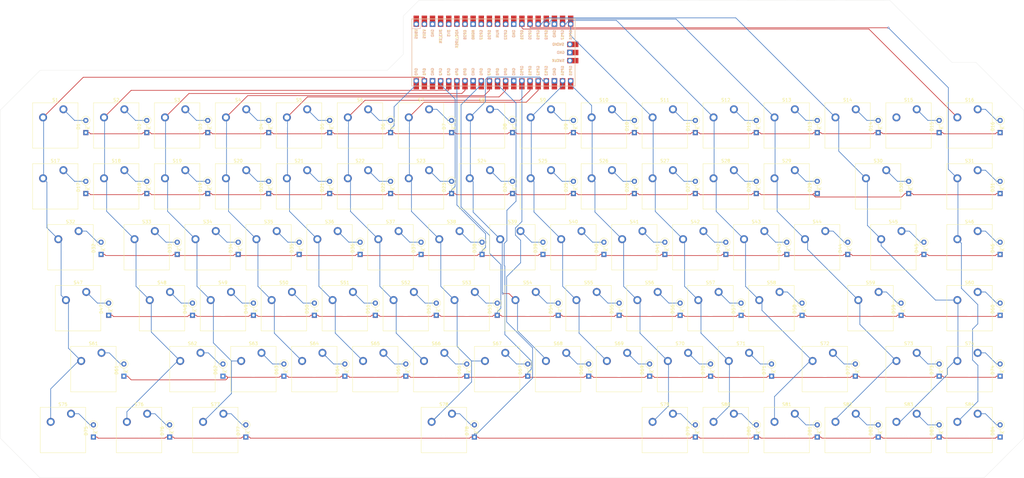
<source format=kicad_pcb>
(kicad_pcb (version 20240108) (generator "pcbnew") (generator_version "8.0")
  (layers (0 "F.Cu" signal) (31 "B.Cu" signal) (34 "B.Paste" user) (35 "F.Paste" user) (36 "B.SilkS" user "B.Silkscreen") (37 "F.SilkS" user "F.Silkscreen") (38 "B.Mask" user) (39 "F.Mask" user) (44 "Edge.Cuts" user))
  (net 0 "")
  (net 1 "Net-(D1-A)")
  (net 2 "Row 1")
  (net 3 "Net-(D2-A)")
  (net 4 "Net-(D3-A)")
  (net 5 "Net-(D4-A)")
  (net 6 "Net-(D5-A)")
  (net 7 "Net-(D6-A)")
  (net 8 "Net-(D7-A)")
  (net 9 "Net-(D8-A)")
  (net 10 "Net-(D9-A)")
  (net 11 "Net-(D10-A)")
  (net 12 "Net-(D11-A)")
  (net 13 "Net-(D12-A)")
  (net 14 "Net-(D13-A)")
  (net 15 "Net-(D14-A)")
  (net 16 "Net-(D15-A)")
  (net 17 "Net-(D16-A)")
  (net 18 "Row 2")
  (net 19 "Net-(D17-A)")
  (net 20 "Net-(D18-A)")
  (net 21 "Net-(D19-A)")
  (net 22 "Net-(D20-A)")
  (net 23 "Net-(D21-A)")
  (net 24 "Net-(D22-A)")
  (net 25 "Net-(D23-A)")
  (net 26 "Net-(D24-A)")
  (net 27 "Net-(D25-A)")
  (net 28 "Net-(D26-A)")
  (net 29 "Net-(D27-A)")
  (net 30 "Net-(D28-A)")
  (net 31 "Net-(D29-A)")
  (net 32 "Net-(D30-A)")
  (net 33 "Net-(D31-A)")
  (net 34 "Row 3")
  (net 35 "Net-(D32-A)")
  (net 36 "Net-(D33-A)")
  (net 37 "Net-(D34-A)")
  (net 38 "Net-(D35-A)")
  (net 39 "Net-(D36-A)")
  (net 40 "Net-(D37-A)")
  (net 41 "Net-(D38-A)")
  (net 42 "Net-(D39-A)")
  (net 43 "Net-(D40-A)")
  (net 44 "Net-(D41-A)")
  (net 45 "Net-(D42-A)")
  (net 46 "Net-(D43-A)")
  (net 47 "Net-(D44-A)")
  (net 48 "Net-(D45-A)")
  (net 49 "Net-(D46-A)")
  (net 50 "Net-(D47-A)")
  (net 51 "Row 4")
  (net 52 "Net-(D48-A)")
  (net 53 "Net-(D49-A)")
  (net 54 "Net-(D50-A)")
  (net 55 "Net-(D51-A)")
  (net 56 "Net-(D52-A)")
  (net 57 "Net-(D53-A)")
  (net 58 "Net-(D54-A)")
  (net 59 "Net-(D55-A)")
  (net 60 "Net-(D56-A)")
  (net 61 "Net-(D57-A)")
  (net 62 "Net-(D58-A)")
  (net 63 "Net-(D59-A)")
  (net 64 "Net-(D60-A)")
  (net 65 "Row 5")
  (net 66 "Net-(D61-A)")
  (net 67 "Net-(D62-A)")
  (net 68 "Net-(D63-A)")
  (net 69 "Net-(D64-A)")
  (net 70 "Net-(D65-A)")
  (net 71 "Net-(D66-A)")
  (net 72 "Net-(D67-A)")
  (net 73 "Net-(D68-A)")
  (net 74 "Net-(D69-A)")
  (net 75 "Net-(D70-A)")
  (net 76 "Net-(D71-A)")
  (net 77 "Net-(D72-A)")
  (net 78 "Net-(D73-A)")
  (net 79 "Net-(D74-A)")
  (net 80 "Net-(D75-A)")
  (net 81 "Row 6")
  (net 82 "Net-(D76-A)")
  (net 83 "Net-(D77-A)")
  (net 84 "Net-(D78-A)")
  (net 85 "Net-(D79-A)")
  (net 86 "Net-(D80-A)")
  (net 87 "Net-(D81-A)")
  (net 88 "Net-(D82-A)")
  (net 89 "Net-(D83-A)")
  (net 90 "Net-(D84-A)")
  (net 91 "Column 1")
  (net 92 "Column 2")
  (net 93 "Column 3")
  (net 94 "Column 4")
  (net 95 "Column 5")
  (net 96 "Column 6")
  (net 97 "Column 7")
  (net 98 "Column 8")
  (net 99 "Column 9")
  (net 100 "Column 10")
  (net 101 "Column 11")
  (net 102 "Column 12")
  (net 103 "Column 13")
  (net 104 "Column 14")
  (net 106 "Column 16")
  (net 107 "Column 15")
  (footprint "ScottoKeebs_MX:MX_PCB" (layer "F.Cu") (at 44.27 21.3)
    (property "Reference" "S2")
    (property "Value" "Keyswitch")
  )
  (footprint "ScottoKeebs_MX:MX_PCB" (layer "F.Cu") (at 282.395 40.35)
    (property "Reference" "S30")
    (property "Value" "Keyswitch")
  )
  (footprint "Diode_THT:D_DO-35_SOD27_P3.81mm_Vertical_KathodeUp" (layer "F.Cu") (at 168.12 23.5107 90)
    (property "Reference" "D8")
    (property "Value" "Diode")
  )
  (footprint "ScottoKeebs_MX:MX_PCB" (layer "F.Cu") (at 280.0138 78.45)
    (property "Reference" "S59")
    (property "Value" "Keyswitch")
  )
  (footprint "ScottoKeebs_MX:MX_PCB" (layer "F.Cu") (at 51.4138 116.55)
    (property "Reference" "S76")
    (property "Value" "Keyswitch")
  )
  (footprint "ScottoKeebs_MX:MX_PCB" (layer "F.Cu") (at 253.82 21.3)
    (property "Reference" "S13")
    (property "Value" "Keyswitch")
  )
  (footprint "Diode_THT:D_DO-35_SOD27_P3.81mm_Vertical_KathodeUp" (layer "F.Cu") (at 106.2075 80.6607 90)
    (property "Reference" "D50")
    (property "Value" "Diode")
  )
  (footprint "Diode_THT:D_DO-35_SOD27_P3.81mm_Vertical_KathodeUp" (layer "F.Cu") (at 153.8325 99.7107 90)
    (property "Reference" "D66")
    (property "Value" "Diode")
  )
  (footprint "ScottoKeebs_MX:MX_PCB" (layer "F.Cu") (at 96.6575 78.45)
    (property "Reference" "S50")
    (property "Value" "Keyswitch")
  )
  (footprint "Diode_THT:D_DO-35_SOD27_P3.81mm_Vertical_KathodeUp" (layer "F.Cu") (at 215.745 61.6107 90)
    (property "Reference" "D41")
    (property "Value" "Diode")
  )
  (footprint "ScottoKeebs_MX:MX_PCB" (layer "F.Cu") (at 144.2825 97.5)
    (property "Reference" "S66")
    (property "Value" "Keyswitch")
  )
  (footprint "ScottoKeebs_MX:MX_PCB" (layer "F.Cu") (at 120.47 40.35)
    (property "Reference" "S22")
    (property "Value" "Keyswitch")
  )
  (footprint "ScottoKeebs_MX:MX_PCB" (layer "F.Cu") (at 25.22 40.35)
    (property "Reference" "S17")
    (property "Value" "Keyswitch")
  )
  (footprint "Diode_THT:D_DO-35_SOD27_P3.81mm_Vertical_KathodeUp" (layer "F.Cu") (at 60.9638 118.7607 90)
    (property "Reference" "D76")
    (property "Value" "Diode")
  )
  (footprint "Diode_THT:D_DO-35_SOD27_P3.81mm_Vertical_KathodeUp" (layer "F.Cu") (at 225.27 23.5107 90)
    (property "Reference" "D11")
    (property "Value" "Diode")
  )
  (footprint "ScottoKeebs_MX:MX_PCB" (layer "F.Cu") (at 82.37 21.3)
    (property "Reference" "S4")
    (property "Value" "Keyswitch")
  )
  (footprint "Diode_THT:D_DO-35_SOD27_P3.81mm_Vertical_KathodeUp" (layer "F.Cu") (at 120.495 61.6107 90)
    (property "Reference" "D36")
    (property "Value" "Diode")
  )
  (footprint "Diode_THT:D_DO-35_SOD27_P3.81mm_Vertical_KathodeUp" (layer "F.Cu") (at 53.82 23.5107 90)
    (property "Reference" "D2")
    (property "Value" "Diode")
  )
  (footprint "ScottoKeebs_MX:MX_PCB" (layer "F.Cu") (at 182.3825 97.5)
    (property "Reference" "S68")
    (property "Value" "Keyswitch")
  )
  (footprint "Diode_THT:D_DO-35_SOD27_P3.81mm_Vertical_KathodeUp" (layer "F.Cu") (at 134.7825 99.7107 90)
    (property "Reference" "D65")
    (property "Value" "Diode")
  )
  (footprint "ScottoKeebs_MX:MX_PCB" (layer "F.Cu") (at 201.4325 97.5)
    (property "Reference" "S69")
    (property "Value" "Keyswitch")
  )
  (footprint "Diode_THT:D_DO-35_SOD27_P3.81mm_Vertical_KathodeUp" (layer "F.Cu") (at 172.8825 99.7107 90)
    (property "Reference" "D67")
    (property "Value" "Diode")
  )
  (footprint "Diode_THT:D_DO-35_SOD27_P3.81mm_Vertical_KathodeUp" (layer "F.Cu") (at 263.37 118.7607 90)
    (property "Reference" "D81")
    (property "Value" "Diode")
  )
  (footprint "Diode_THT:D_DO-35_SOD27_P3.81mm_Vertical_KathodeUp" (layer "F.Cu") (at 177.645 61.6107 90)
    (property "Reference" "D39")
    (property "Value" "Diode")
  )
  (footprint "ScottoKeebs_MX:MX_PCB" (layer "F.Cu") (at 263.345 59.4)
    (property "Reference" "S44")
    (property "Value" "Keyswitch")
  )
  (footprint "Diode_THT:D_DO-35_SOD27_P3.81mm_Vertical_KathodeUp" (layer "F.Cu") (at 258.6075 80.6607 90)
    (property "Reference" "D58")
    (property "Value" "Diode")
  )
  (footprint "Diode_THT:D_DO-35_SOD27_P3.81mm_Vertical_KathodeUp" (layer "F.Cu") (at 187.17 42.5607 90)
    (property "Reference" "D25")
    (property "Value" "Diode")
  )
  (footprint "Diode_THT:D_DO-35_SOD27_P3.81mm_Vertical_KathodeUp" (layer "F.Cu") (at 263.37 23.5107 90)
    (property "Reference" "D13")
    (property "Value" "Diode")
  )
  (footprint "ScottoKeebs_MX:MX_PCB" (layer "F.Cu") (at 265.7263 97.5)
    (property "Reference" "S72")
    (property "Value" "Keyswitch")
  )
  (footprint "Diode_THT:D_DO-35_SOD27_P3.81mm_Vertical_KathodeUp" (layer "F.Cu") (at 296.7075 61.6107 90)
    (property "Reference" "D45")
    (property "Value" "Diode")
  )
  (footprint "Diode_THT:D_DO-35_SOD27_P3.81mm_Vertical_KathodeUp" (layer "F.Cu") (at 320.52 23.5107 90)
    (property "Reference" "D16")
    (property "Value" "Diode")
  )
  (footprint "ScottoKeebs_MX:MX_PCB" (layer "F.Cu") (at 139.52 40.35)
    (property "Reference" "S23")
    (property "Value" "Keyswitch")
  )
  (footprint "Diode_THT:D_DO-35_SOD27_P3.81mm_Vertical_KathodeUp" (layer "F.Cu") (at 130.02 23.5107 90)
    (property "Reference" "D6")
    (property "Value" "Diode")
  )
  (footprint "Diode_THT:D_DO-35_SOD27_P3.81mm_Vertical_KathodeUp" (layer "F.Cu") (at 82.395 61.6107 90)
    (property "Reference" "D34")
    (property "Value" "Diode")
  )
  (footprint "Diode_THT:D_DO-35_SOD27_P3.81mm_Vertical_KathodeUp" (layer "F.Cu") (at 46.6763 99.7107 90)
    (property "Reference" "D61")
    (property "Value" "Diode")
  )
  (footprint "Diode_THT:D_DO-35_SOD27_P3.81mm_Vertical_KathodeUp" (layer "F.Cu") (at 244.32 23.5107 90)
    (property "Reference" "D12")
    (property "Value" "Diode")
  )
  (footprint "Diode_THT:D_DO-35_SOD27_P3.81mm_Vertical_KathodeUp" (layer "F.Cu") (at 282.42 118.7607 90)
    (property "Reference" "D82")
    (property "Value" "Diode")
  )
  (footprint "ScottoKeebs_MX:MX_PCB" (layer "F.Cu") (at 163.3325 97.5)
    (property "Reference" "S67")
    (property "Value" "Keyswitch")
  )
  (footprint "Diode_THT:D_DO-35_SOD27_P3.81mm_Vertical_KathodeUp" (layer "F.Cu") (at 53.82 42.5607 90)
    (property "Reference" "D18")
    (property "Value" "Diode")
  )
  (footprint "Diode_THT:D_DO-35_SOD27_P3.81mm_Vertical_KathodeUp" (layer "F.Cu") (at 282.42 23.5107 90)
    (property "Reference" "D14")
    (property "Value" "Diode")
  )
  (footprint "ScottoKeebs_MX:MX_PCB" (layer "F.Cu") (at 158.57 21.3)
    (property "Reference" "S8")
    (property "Value" "Keyswitch")
  )
  (footprint "ScottoKeebs_MX:MX_PCB" (layer "F.Cu") (at 27.6013 116.55)
    (property "Reference" "S75")
    (property "Value" "Keyswitch")
  )
  (footprint "ScottoKeebs_MX:MX_PCB" (layer "F.Cu") (at 234.77 40.35)
    (property "Reference" "S28")
    (property "Value" "Keyswitch")
  )
  (footprint "Diode_THT:D_DO-35_SOD27_P3.81mm_Vertical_KathodeUp" (layer "F.Cu") (at 149.07 42.5607 90)
    (property "Reference" "D23")
    (property "Value" "Diode")
  )
  (footprint "Diode_THT:D_DO-35_SOD27_P3.81mm_Vertical_KathodeUp" (layer "F.Cu") (at 115.7325 99.7107 90)
    (property "Reference" "D64")
    (property "Value" "Diode")
  )
  (footprint "ScottoKeebs_MX:MX_PCB" (layer "F.Cu") (at 249.0575 78.45)
    (property "Reference" "S58")
    (property "Value" "Keyswitch")
  )
  (footprint "ScottoKeebs_MX:MX_PCB" (layer "F.Cu") (at 291.92 97.5)
    (property "Reference" "S73")
    (property "Value" "Keyswitch")
  )
  (footprint "Diode_THT:D_DO-35_SOD27_P3.81mm_Vertical_KathodeUp" (layer "F.Cu") (at 158.595 61.6107 90)
    (property "Reference" "D38")
    (property "Value" "Diode")
  )
  (footprint "Diode_THT:D_DO-35_SOD27_P3.81mm_Vertical_KathodeUp" (layer "F.Cu") (at 125.2575 80.6607 90)
    (property "Reference" "D51")
    (property "Value" "Diode")
  )
  (footprint "Diode_THT:D_DO-35_SOD27_P3.81mm_Vertical_KathodeUp" (layer "F.Cu") (at 301.47 99.7107 90)
    (property "Reference" "D73")
    (property "Value" "Diode")
  )
  (footprint "Diode_THT:D_DO-35_SOD27_P3.81mm_Vertical_KathodeUp" (layer "F.Cu") (at 34.77 42.5607 90)
    (property "Reference" "D17")
    (property "Value" "Diode")
  )
  (footprint "ScottoKeebs_MX:MX_PCB" (layer "F.Cu") (at 287.1575 59.4)
    (property "Reference" "S45")
    (property "Value" "Keyswitch")
  )
  (footprint "Diode_THT:D_DO-35_SOD27_P3.81mm_Vertical_KathodeUp" (layer "F.Cu") (at 210.9825 99.7107 90)
    (property "Reference" "D69")
    (property "Value" "Diode")
  )
  (footprint "ScottoKeebs_MX:MX_PCB" (layer "F.Cu") (at 139.52 21.3)
    (property "Reference" "S7")
    (property "Value" "Keyswitch")
  )
  (footprint "ScottoKeebs_MX:MX_PCB" (layer "F.Cu") (at 291.92 21.3)
    (property "Reference" "S15")
    (property "Value" "Keyswitch")
  )
  (footprint "Diode_THT:D_DO-35_SOD27_P3.81mm_Vertical_KathodeUp" (layer "F.Cu") (at 84.7763 118.7607 90)
    (property "Reference" "D77")
    (property "Value" "Diode")
  )
  (footprint "Diode_THT:D_DO-35_SOD27_P3.81mm_Vertical_KathodeUp" (layer "F.Cu") (at 163.3575 80.6607 90)
    (property "Reference" "D53")
    (property "Value" "Diode")
  )
  (footprint "Diode_THT:D_DO-35_SOD27_P3.81mm_Vertical_KathodeUp" (layer "F.Cu") (at 263.37 42.5607 90)
    (property "Reference" "D29")
    (property "Value" "Diode")
  )
  (footprint "ScottoKeebs_MX:MX_PCB" (layer "F.Cu") (at 125.2325 97.5)
    (property "Reference" "S65")
    (property "Value" "Keyswitch")
  )
  (footprint "ScottoKeebs_MX:MX_PCB" (layer "F.Cu") (at 272.87 21.3)
    (property "Reference" "S14")
    (property "Value" "Keyswitch")
  )
  (footprint "Diode_THT:D_DO-35_SOD27_P3.81mm_Vertical_KathodeUp" (layer "F.Cu") (at 139.545 61.6107 90)
    (property "Reference" "D37")
    (property "Value" "Diode")
  )
  (footprint "Diode_THT:D_DO-35_SOD27_P3.81mm_Vertical_KathodeUp" (layer "F.Cu") (at 130.02 42.5607 90)
    (property "Reference" "D22")
    (property "Value" "Diode")
  )
  (footprint "ScottoKeebs_MX:MX_PCB" (layer "F.Cu") (at 149.045 59.4)
    (property "Reference" "S38")
    (property "Value" "Keyswitch")
  )
  (footprint "Diode_THT:D_DO-35_SOD27_P3.81mm_Vertical_KathodeUp" (layer "F.Cu") (at 301.47 23.5107 90)
    (property "Reference" "D15")
    (property "Value" "Diode")
  )
  (footprint "Diode_THT:D_DO-35_SOD27_P3.81mm_Vertical_KathodeUp" (layer "F.Cu") (at 41.9138 80.6607 90)
    (property "Reference" "D47")
    (property "Value" "Diode")
  )
  (footprint "Diode_THT:D_DO-35_SOD27_P3.81mm_Vertical_KathodeUp" (layer "F.Cu") (at 110.97 23.5107 90)
    (property "Reference" "D5")
    (property "Value" "Diode")
  )
  (footprint "ScottoKeebs_MX:MX_PCB" (layer "F.Cu") (at 72.845 59.4)
    (property "Reference" "S34")
    (property "Value" "Keyswitch")
  )
  (footprint "Diode_THT:D_DO-35_SOD27_P3.81mm_Vertical_KathodeUp" (layer "F.Cu") (at 149.07 23.5107 90)
    (property "Reference" "D7")
    (property "Value" "Diode")
  )
  (footprint "Diode_THT:D_DO-35_SOD27_P3.81mm_Vertical_KathodeUp" (layer "F.Cu") (at 87.1575 80.6607 90)
    (property "Reference" "D49")
    (property "Value" "Diode")
  )
  (footprint "ScottoKeebs_MX:MX_PCB" (layer "F.Cu") (at 234.77 21.3)
    (property "Reference" "S12")
    (property "Value" "Keyswitch")
  )
  (footprint "ScottoKeebs_MX:MX_PCB" (layer "F.Cu") (at 77.6075 78.45)
    (property "Reference" "S49")
    (property "Value" "Keyswitch")
  )
  (footprint "ScottoKeebs_MX:MX_PCB" (layer "F.Cu") (at 68.0825 97.5)
    (property "Reference" "S62")
    (property "Value" "Keyswitch")
  )
  (footprint "Diode_THT:D_DO-35_SOD27_P3.81mm_Vertical_KathodeUp" (layer "F.Cu") (at 101.445 61.6107 90)
    (property "Reference" "D35")
    (property "Value" "Diode")
  )
  (footprint "Diode_THT:D_DO-35_SOD27_P3.81mm_Vertical_KathodeUp" (layer "F.Cu") (at 244.32 42.5607 90)
    (property "Reference" "D28")
    (property "Value" "Diode")
  )
  (footprint "Diode_THT:D_DO-35_SOD27_P3.81mm_Vertical_KathodeUp" (layer "F.Cu") (at 63.345 61.6107 90)
    (property "Reference" "D33")
    (property "Value" "Diode")
  )
  (footprint "ScottoKeebs_MX:MX_PCB" (layer "F.Cu") (at 134.7575 78.45)
    (property "Reference" "S52")
    (property "Value" "Keyswitch")
  )
  (footprint "ScottoKeebs_MX:MX_PCB" (layer "F.Cu") (at 310.97 97.5)
    (property "Reference" "S74")
    (property "Value" "Keyswitch")
  )
  (footprint "Diode_THT:D_DO-35_SOD27_P3.81mm_Vertical_KathodeUp" (layer "F.Cu") (at 225.27 42.5607 90)
    (property "Reference" "D27")
    (property "Value" "Diode")
  )
  (footprint "ScottoKeebs_MX:MX_PCB" (layer "F.Cu") (at 32.3638 78.45)
    (property "Reference" "S47")
    (property "Value" "Keyswitch")
  )
  (footprint "ScottoKeebs_MX:MX_PCB" (layer "F.Cu") (at 110.945 59.4)
    (property "Reference" "S36")
    (property "Value" "Keyswitch")
  )
  (footprint "ScottoKeebs_MX:MX_PCB" (layer "F.Cu") (at 215.72 21.3)
    (property "Reference" "S11")
    (property "Value" "Keyswitch")
  )
  (footprint "ScottoKeebs_MX:MX_PCB" (layer "F.Cu") (at 172.8575 78.45)
    (property "Reference" "S54")
    (property "Value" "Keyswitch")
  )
  (footprint "Diode_THT:D_DO-35_SOD27_P3.81mm_Vertical_KathodeUp" (layer "F.Cu") (at 168.12 42.5607 90)
    (property "Reference" "D24")
    (property "Value" "Diode")
  )
  (footprint "ScottoKeebs_MX:MX_PCB" (layer "F.Cu") (at 239.5325 97.5)
    (property "Reference" "S71")
    (property "Value" "Keyswitch")
  )
  (footprint "Diode_THT:D_DO-35_SOD27_P3.81mm_Vertical_KathodeUp" (layer "F.Cu") (at 230.0325 99.7107 90)
    (property "Reference" "D70")
    (property "Value" "Diode")
  )
  (footprint "ScottoKeebs_MX:MX_PCB" (layer "F.Cu") (at 91.895 59.4)
    (property "Reference" "S35")
    (property "Value" "Keyswitch")
  )
  (footprint "ScottoKeebs_MX:MX_PCB" (layer "F.Cu") (at 253.82 40.35)
    (property "Reference" "S29")
    (property "Value" "Keyswitch")
  )
  (footprint "ScottoKeebs_MX:MX_PCB" (layer "F.Cu") (at 206.195 59.4)
    (property "Reference" "S41")
    (property "Value" "Keyswitch")
  )
  (footprint "ScottoKeebs_MX:MX_PCB" (layer "F.Cu") (at 253.82 116.55)
    (property "Reference" "S81")
    (property "Value" "Keyswitch")
  )
  (footprint "Diode_THT:D_DO-35_SOD27_P3.81mm_Vertical_KathodeUp" (layer "F.Cu") (at 191.9325 99.7107 90)
    (property "Reference" "D68")
    (property "Value" "Diode")
  )
  (footprint "ScottoKeebs_MX:MX_PCB" (layer "F.Cu") (at 106.1825 97.5)
    (property "Reference" "S64")
    (property "Value" "Keyswitch")
  )
  (footprint "ScottoKeebs_MX:MX_PCB" (layer "F.Cu") (at 187.145 59.4)
    (property "Reference" "S40")
    (property "Value" "Keyswitch")
  )
  (footprint "Diode_THT:D_DO-35_SOD27_P3.81mm_Vertical_KathodeUp" (layer "F.Cu") (at 291.945 42.5607 90)
    (property "Reference" "D30")
    (property "Value" "Diode")
  )
  (footprint "Diode_THT:D_DO-35_SOD27_P3.81mm_Vertical_KathodeUp" (layer "F.Cu") (at 249.0825 99.7107 90)
    (property "Reference" "D71")
    (property "Value" "Diode")
  )
  (footprint "ScottoKeebs_MX:MX_PCB" (layer "F.Cu") (at 310.97 59.4)
    (property "Reference" "S46")
    (property "Value" "Keyswitch")
  )
  (footprint "Diode_THT:D_DO-35_SOD27_P3.81mm_Vertical_KathodeUp" (layer "F.Cu") (at 39.5325 61.6107 90)
    (property "Reference" "D32")
    (property "Value" "Diode")
  )
  (footprint "Diode_THT:D_DO-35_SOD27_P3.81mm_Vertical_KathodeUp" (layer "F.Cu") (at 234.795 61.6107 90)
    (property "Reference" "D42")
    (property "Value" "Diode")
  )
  (footprint "ScottoKeebs_MX:MX_PCB" (layer "F.Cu") (at 196.67 40.35)
    (property "Reference" "S26")
    (property "Value" "Keyswitch")
  )
  (footprint "ScottoKeebs_MX:MX_PCB" (layer "F.Cu") (at 82.37 40.35)
    (property "Reference" "S20")
    (property "Value" "Keyswitch")
  )
  (footprint "Diode_THT:D_DO-35_SOD27_P3.81mm_Vertical_KathodeUp" (layer "F.Cu") (at 206.22 42.5607 90)
    (property "Reference" "D26")
    (property "Value" "Diode")
  )
  (footprint "Diode_THT:D_DO-35_SOD27_P3.81mm_Vertical_KathodeUp" (layer "F.Cu") (at 289.5638 80.6607 90)
    (property "Reference" "D59")
    (property "Value" "Diode")
  )
  (footprint "ScottoKeebs_MX:MX_PCB" (layer "F.Cu") (at 101.42 40.35)
    (property "Reference" "S21")
    (property "Value" "Keyswitch")
  )
  (footprint "ScottoKeebs_MX:MX_PCB" (layer "F.Cu") (at 310.97 21.3)
    (property "Reference" "S16")
    (property "Value" "Keyswitch")
  )
  (footprint "ScottoKeebs_MX:MX_PCB" (layer "F.Cu") (at 220.4825 97.5)
    (property "Reference" "S70")
    (property "Value" "Keyswitch")
  )
  (footprint "ScottoKeebs_MX:MX_PCB" (layer "F.Cu") (at 177.62 40.35)
    (property "Reference" "S25")
    (property "Value" "Keyswitch")
  )
  (footprint "Diode_THT:D_DO-35_SOD27_P3.81mm_Vertical_KathodeUp" (layer "F.Cu") (at 91.92 23.5107 90)
    (property "Reference" "D4")
    (property "Value" "Diode")
  )
  (footprint "ScottoKeebs_MX:MX_PCB" (layer "F.Cu") (at 53.795 59.4)
    (property "Reference" "S33")
    (property "Value" "Keyswitch")
  )
  (footprint "Diode_THT:D_DO-35_SOD27_P3.81mm_Vertical_KathodeUp" (layer "F.Cu") (at 77.6325 99.7107 90)
    (property "Reference" "D62")
    (property "Value" "Diode")
  )
  (footprint "ScottoKeebs_MX:MX_PCB" (layer "F.Cu") (at 230.0075 78.45)
    (property "Reference" "S57")
    (property "Value" "Keyswitch")
  )
  (footprint "ScottoKeebs_MX:MX_PCB" (layer "F.Cu") (at 129.995 59.4)
    (property "Reference" "S37")
    (property "Value" "Keyswitch")
  )
  (footprint "ScottoKeebs_MX:MX_PCB" (layer "F.Cu") (at 310.97 116.55)
    (property "Reference" "S84")
    (property "Value" "Keyswitch")
  )
  (footprint "ScottoKeebs_MX:MX_PCB" (layer "F.Cu") (at 63.32 40.35)
    (property "Reference" "S19")
    (property "Value" "Keyswitch")
  )
  (footprint "Diode_THT:D_DO-35_SOD27_P3.81mm_Vertical_KathodeUp" (layer "F.Cu") (at 239.5575 80.6607 90)
    (property "Reference" "D57")
    (property "Value" "Diode")
  )
  (footprint "Diode_THT:D_DO-35_SOD27_P3.81mm_Vertical_KathodeUp" (layer "F.Cu") (at 253.845 61.6107 90)
    (property "Reference" "D43")
    (property "Value" "Diode")
  )
  (footprint "ScottoKeebs_MX:MX_PCB" (layer "F.Cu") (at 215.72 116.55)
    (property "Reference" "S79")
    (property "Value" "Keyswitch")
  )
  (footprint "Diode_THT:D_DO-35_SOD27_P3.81mm_Vertical_KathodeUp" (layer "F.Cu") (at 72.87 23.5107 90)
    (property "Reference" "D3")
    (property "Value" "Diode")
  )
  (footprint "Diode_THT:D_DO-35_SOD27_P3.81mm_Vertical_KathodeUp" (layer "F.Cu") (at 320.52 61.6107 90)
    (property "Reference" "D46")
    (property "Value" "Diode")
  )
  (footprint "ScottoKeebs_MX:MX_PCB" (layer "F.Cu") (at 44.27 40.35)
    (property "Reference" "S18")
    (property "Value" "Keyswitch")
  )
  (footprint "ScottoKeebs_MX:MX_PCB" (layer "F.Cu") (at 177.62 21.3)
    (property "Reference" "S9")
    (property "Value" "Keyswitch")
  )
  (footprint "ScottoKeebs_MX:MX_PCB" (layer "F.Cu") (at 115.7075 78.45)
    (property "Reference" "S51")
    (property "Value" "Keyswitch")
  )
  (footprint "Diode_THT:D_DO-35_SOD27_P3.81mm_Vertical_KathodeUp" (layer "F.Cu") (at 320.52 99.7107 90)
    (property "Reference" "D74")
    (property "Value" "Diode")
  )
  (footprint "ScottoKeebs_MX:MX_PCB" (layer "F.Cu") (at 310.97 40.35)
    (property "Reference" "S31")
    (property "Value" "Keyswitch")
  )
  (footprint "Diode_THT:D_DO-35_SOD27_P3.81mm_Vertical_KathodeUp" (layer "F.Cu") (at 110.97 42.5607 90)
    (property "Reference" "D21")
    (property "Value" "Diode")
  )
  (footprint "Diode_THT:D_DO-35_SOD27_P3.81mm_Vertical_KathodeUp" (layer "F.Cu") (at 225.27 118.7607 90)
    (property "Reference" "D79")
    (property "Value" "Diode")
  )
  (footprint "ScottoKeebs_MX:MX_PCB" (layer "F.Cu") (at 225.245 59.4)
    (property "Reference" "S42")
    (property "Value" "Keyswitch")
  )
  (footprint "ScottoKeebs_MX:MX_PCB" (layer "F.Cu") (at 158.57 40.35)
    (property "Reference" "S24")
    (property "Value" "Keyswitch")
  )
  (footprint "Diode_THT:D_DO-35_SOD27_P3.81mm_Vertical_KathodeUp" (layer "F.Cu") (at 37.1513 118.7607 90)
    (property "Reference" "D75")
    (property "Value" "Diode")
  )
  (footprint "ScottoKeebs_MX:MX_PCB" (layer "F.Cu") (at 234.77 116.55)
    (property "Reference" "S80")
    (property "Value" "Keyswitch")
  )
  (footprint "Diode_THT:D_DO-35_SOD27_P3.81mm_Vertical_KathodeUp" (layer "F.Cu") (at 72.87 42.5607 90)
    (property "Reference" "D19")
    (property "Value" "Diode")
  )
  (footprint "Diode_THT:D_DO-35_SOD27_P3.81mm_Vertical_KathodeUp" (layer "F.Cu") (at 275.2763 99.7107 90)
    (property "Reference" "D72")
    (property "Value" "Diode")
  )
  (footprint "ScottoKeebs_MX:MX_PCB" (layer "F.Cu") (at 168.095 59.4)
    (property "Reference" "S39")
    (property "Value" "Keyswitch")
  )
  (footprint "Diode_THT:D_DO-35_SOD27_P3.81mm_Vertical_KathodeUp" (layer "F.Cu") (at 220.5075 80.6607 90)
    (property "Reference" "D56")
    (property "Value" "Diode")
  )
  (footprint "ScottoKeebs_MX:MX_PCB" (layer "F.Cu") (at 291.92 116.55)
    (property "Reference" "S83")
    (property "Value" "Keyswitch")
  )
  (footprint "ScottoKeebs_MX:MX_PCB" (layer "F.Cu") (at 146.6638 116.55)
    (property "Reference" "S78")
    (property "Value" "Keyswitch")
  )
  (footprint "Diode_THT:D_DO-35_SOD27_P3.81mm_Vertical_KathodeUp" (layer "F.Cu") (at 201.4575 80.6607 90)
    (property "Reference" "D55")
    (property "Value" "Diode")
  )
  (footprint "ScottoKeebs_MX:MX_PCB" (layer "F.Cu") (at 244.295 59.4)
    (property "Reference" "S43")
    (property "Value" "Keyswitch")
  )
  (footprint "ScottoKeebs_MX:MX_PCB" (layer "F.Cu") (at 215.72 40.35)
    (property "Reference" "S27")
    (property "Value" "Keyswitch")
  )
  (footprint "ScottoKeebs_MX:MX_PCB" (layer "F.Cu") (at 191.9075 78.45)
    (property "Reference" "S55")
    (property "Value" "Keyswitch")
  )
  (footprint "ScottoKeebs_MX:MX_PCB" (layer "F.Cu") (at 25.22 21.3)
    (property "Reference" "S1")
    (property "Value" "Keyswitch")
  )
  (footprint "ScottoKeebs_MX:MX_PCB" (layer "F.Cu") (at 87.1325 97.5)
    (property "Reference" "S63")
    (property "Value" "Keyswitch")
  )
  (footprint "ScottoKeebs_MX:MX_PCB" (layer "F.Cu") (at 75.2263 116.55)
    (property "Reference" "S77")
    (property "Value" "Keyswitch")
  )
  (footprint "Diode_THT:D_DO-35_SOD27_P3.81mm_Vertical_KathodeUp" (layer "F.Cu") (at 68.1075 80.6607 90)
    (property "Reference" "D48")
    (property "Value" "Diode")
  )
  (footprint "ScottoKeebs_MX:MX_PCB" (layer "F.Cu") (at 153.8075 78.45)
    (property "Reference" "S53")
    (property "Value" "Keyswitch")
  )
  (footprint "ScottoKeebs_MX:MX_PCB" (layer "F.Cu") (at 101.42 21.3)
    (property "Reference" "S5")
    (property "Value" "Keyswitch")
  )
  (footprint "ScottoKeebs_MX:MX_PCB" (layer "F.Cu") (at 196.67 21.3)
    (property "Reference" "S10")
    (property "Value" "Keyswitch")
  )
  (footprint "Diode_THT:D_DO-35_SOD27_P3.81mm_Vertical_KathodeUp" (layer "F.Cu") (at 320.52 118.7607 90)
    (property "Reference" "D84")
    (property "Value" "Diode")
  )
  (footprint "Diode_THT:D_DO-35_SOD27_P3.81mm_Vertical_KathodeUp" (layer "F.Cu") (at 34.77 23.5107 90)
    (property "Reference" "D1")
    (property "Value" "Diode")
  )
  (footprint "Diode_THT:D_DO-35_SOD27_P3.81mm_Vertical_KathodeUp" (layer "F.Cu") (at 244.32 118.7607 90)
    (property "Reference" "D80")
    (property "Value" "Diode")
  )
  (footprint "Diode_THT:D_DO-35_SOD27_P3.81mm_Vertical_KathodeUp" (layer "F.Cu") (at 320.52 80.6607 90)
    (property "Reference" "D60")
    (property "Value" "Diode")
  )
  (footprint "ScottoKeebs_MX:MX_PCB" (layer "F.Cu") (at 29.9825 59.4)
    (property "Reference" "S32")
    (property "Value" "Keyswitch")
  )
  (footprint "ScottoKeebs_MX:MX_PCB" (layer "F.Cu") (at 310.97 78.45)
    (property "Reference" "S60")
    (property "Value" "Keyswitch")
  )
  (footprint "ScottoKeebs_MX:MX_PCB" (layer "F.Cu") (at 120.47 21.3)
    (property "Reference" "S6")
    (property "Value" "Keyswitch")
  )
  (footprint "Diode_THT:D_DO-35_SOD27_P3.81mm_Vertical_KathodeUp" (layer "F.Cu") (at 182.4075 80.6607 90)
    (property "Reference" "D54")
    (property "Value" "Diode")
  )
  (footprint "ScottoKeebs_MX:MX_PCB" (layer "F.Cu") (at 58.5575 78.45)
    (property "Reference" "S48")
    (property "Value" "Keyswitch")
  )
  (footprint "ScottoKeebs_MX:MX_PCB" (layer "F.Cu") (at 272.87 116.55)
    (property "Reference" "S82")
    (property "Value" "Keyswitch")
  )
  (footprint "ScottoKeebs_MX:MX_PCB" (layer "F.Cu") (at 37.1263 97.5)
    (property "Reference" "S61")
    (property "Value" "Keyswitch")
  )
  (footprint "Diode_THT:D_DO-35_SOD27_P3.81mm_Vertical_KathodeUp" (layer "F.Cu") (at 156.2138 118.7607 90)
    (property "Reference" "D78")
    (property "Value" "Diode")
  )
  (footprint "Diode_THT:D_DO-35_SOD27_P3.81mm_Vertical_KathodeUp" (layer "F.Cu") (at 91.92 42.5607 90)
    (property "Reference" "D20")
    (property "Value" "Diode")
  )
  (footprint "ScottoKeebs_MX:MX_PCB" (layer "F.Cu") (at 63.32 21.3)
    (property "Reference" "S3")
    (property "Value" "Keyswitch")
  )
  (footprint "Diode_THT:D_DO-35_SOD27_P3.81mm_Vertical_KathodeUp" (layer "F.Cu") (at 320.52 42.5607 90)
    (property "Reference" "D31")
    (property "Value" "Diode")
  )
  (footprint "Diode_THT:D_DO-35_SOD27_P3.81mm_Vertical_KathodeUp" (layer "F.Cu") (at 144.3075 80.6607 90)
    (property "Reference" "D52")
    (property "Value" "Diode")
  )
  (footprint "Diode_THT:D_DO-35_SOD27_P3.81mm_Vertical_KathodeUp" (layer "F.Cu") (at 187.17 23.5107 90)
    (property "Reference" "D9")
    (property "Value" "Diode")
  )
  (footprint "Diode_THT:D_DO-35_SOD27_P3.81mm_Vertical_KathodeUp" (layer "F.Cu") (at 301.47 118.7607 90)
    (property "Reference" "D83")
    (property "Value" "Diode")
  )
  (footprint "Diode_THT:D_DO-35_SOD27_P3.81mm_Vertical_KathodeUp" (layer "F.Cu") (at 272.895 61.6107 90)
    (property "Reference" "D44")
    (property "Value" "Diode")
  )
  (footprint "ScottoKeebs_MCU:Raspberry_Pi_Pico" (layer "F.Cu") (at 162.17 -1.55 90)
    (property "Reference" "U1" (hide yes))
    (property "Value" "Raspberry_Pi_Pico" (hide yes))
  )
  (footprint "Diode_THT:D_DO-35_SOD27_P3.81mm_Vertical_KathodeUp" (layer "F.Cu") (at 206.22 23.5107 90)
    (property "Reference" "D10")
    (property "Value" "Diode")
  )
  (footprint "ScottoKeebs_MX:MX_PCB" (layer "F.Cu") (at 210.9575 78.45)
    (property "Reference" "S56")
    (property "Value" "Keyswitch")
  )
  (footprint "Diode_THT:D_DO-35_SOD27_P3.81mm_Vertical_KathodeUp" (layer "F.Cu") (at 196.695 61.6107 90)
    (property "Reference" "D40")
    (property "Value" "Diode")
  )
  (footprint "Diode_THT:D_DO-35_SOD27_P3.81mm_Vertical_KathodeUp" (layer "F.Cu") (at 96.6825 99.7107 90)
    (property "Reference" "D63")
    (property "Value" "Diode")
  )
  (gr_line (start 133.97 -0.95) (end 128.97 4.05) (stroke (width 0.05)) (layer "Edge.Cuts"))
  (gr_line (start 305.47 1.55) (end 312.97 1.55) (stroke (width 0.05)) (layer "Edge.Cuts"))
  (gr_line (start 138.97 -17.95) (end 286.07 -17.85) (stroke (width 0.05)) (layer "Edge.Cuts"))
  (gr_line (start 286.07 -17.85) (end 305.47 1.55) (stroke (width 0.05)) (layer "Edge.Cuts"))
  (gr_line (start 315.47 131.55) (end 20.47 131.55) (stroke (width 0.05)) (layer "Edge.Cuts"))
  (gr_line (start 20.47 131.55) (end 7.97 119.05) (stroke (width 0.05)) (layer "Edge.Cuts"))
  (gr_line (start 133.97 -12.95) (end 138.97 -17.95) (stroke (width 0.05)) (layer "Edge.Cuts"))
  (gr_line (start 327.97 16.55) (end 327.97 119.05) (stroke (width 0.05)) (layer "Edge.Cuts"))
  (gr_line (start 133.97 -0.95) (end 133.97 -12.95) (stroke (width 0.05)) (layer "Edge.Cuts"))
  (gr_line (start 327.97 119.05) (end 315.47 131.55) (stroke (width 0.05)) (layer "Edge.Cuts"))
  (gr_line (start 7.97 119.05) (end 7.97 16.55) (stroke (width 0.05)) (layer "Edge.Cuts"))
  (gr_line (start 20.47 4.05) (end 128.97 4.05) (stroke (width 0.05)) (layer "Edge.Cuts"))
  (gr_line (start 312.97 1.55) (end 327.97 16.55) (stroke (width 0.05)) (layer "Edge.Cuts"))
  (gr_line (start 7.97 16.55) (end 20.47 4.05) (stroke (width 0.05)) (layer "Edge.Cuts"))
  (segment (start 34.77 19.7007) (end 31.2407 19.7007) (width 0.2) (layer "B.Cu") (net 1))
  (segment (start 31.2407 19.7007) (end 27.76 16.22) (width 0.2) (layer "B.Cu") (net 1))
  (segment (start 223.804 23.8753) (end 224.168 23.5107) (width 0.2) (layer "F.Cu") (net 2))
  (segment (start 283.865 23.8541) (end 301.678 23.8541) (width 0.2) (layer "F.Cu") (net 2))
  (segment (start 168.12 23.5107) (end 169.222 23.5107) (width 0.2) (layer "F.Cu") (net 2))
  (segment (start 131.469 23.858) (end 149.274 23.858) (width 0.2) (layer "F.Cu") (net 2))
  (segment (start 319.418 23.5107) (end 319.054 23.8753) (width 0.2) (layer "F.Cu") (net 2))
  (segment (start 187.17 23.5107) (end 188.272 23.5107) (width 0.2) (layer "F.Cu") (net 2))
  (segment (start 301.678 23.8541) (end 302.021 23.5107) (width 0.2) (layer "F.Cu") (net 2))
  (segment (start 263.37 23.5107) (end 262.268 23.5107) (width 0.2) (layer "F.Cu") (net 2))
  (segment (start 149.274 23.858) (end 149.621 23.5107) (width 0.2) (layer "F.Cu") (net 2))
  (segment (start 54.9217 23.5107) (end 55.2863 23.8753) (width 0.2) (layer "F.Cu") (net 2))
  (segment (start 167.018 23.5107) (end 168.12 23.5107) (width 0.2) (layer "F.Cu") (net 2))
  (segment (start 131.122 23.5107) (end 131.469 23.858) (width 0.2) (layer "F.Cu") (net 2))
  (segment (start 169.222 23.5107) (end 169.586 23.8753) (width 0.2) (layer "F.Cu") (net 2))
  (segment (start 93.3863 23.8753) (end 109.504 23.8753) (width 0.2) (layer "F.Cu") (net 2))
  (segment (start 245.786 23.8753) (end 245.422 23.5107) (width 0.2) (layer "F.Cu") (net 2))
  (segment (start 109.868 23.5107) (end 110.97 23.5107) (width 0.2) (layer "F.Cu") (net 2))
  (segment (start 149.07 23.5107) (end 149.621 23.5107) (width 0.2) (layer "F.Cu") (net 2))
  (segment (start 90.4537 23.8753) (end 90.8183 23.5107) (width 0.2) (layer "F.Cu") (net 2))
  (segment (start 262.268 23.5107) (end 261.904 23.8753) (width 0.2) (layer "F.Cu") (net 2))
  (segment (start 207.686 23.8753) (end 223.804 23.8753) (width 0.2) (layer "F.Cu") (net 2))
  (segment (start 206.22 23.5107) (end 207.322 23.5107) (width 0.2) (layer "F.Cu") (net 2))
  (segment (start 261.904 23.8753) (end 245.786 23.8753) (width 0.2) (layer "F.Cu") (net 2))
  (segment (start 243.218 23.5107) (end 244.32 23.5107) (width 0.2) (layer "F.Cu") (net 2))
  (segment (start 188.636 23.8753) (end 204.754 23.8753) (width 0.2) (layer "F.Cu") (net 2))
  (segment (start 264.819 23.8579) (end 280.971 23.8579) (width 0.2) (layer "F.Cu") (net 2))
  (segment (start 71.4037 23.8753) (end 71.7683 23.5107) (width 0.2) (layer "F.Cu") (net 2))
  (segment (start 35.8717 23.5107) (end 36.2363 23.8753) (width 0.2) (layer "F.Cu") (net 2))
  (segment (start 263.37 23.5107) (end 264.472 23.5107) (width 0.2) (layer "F.Cu") (net 2))
  (segment (start 128.918 23.5107) (end 128.554 23.8753) (width 0.2) (layer "F.Cu") (net 2))
  (segment (start 225.27 23.5107) (end 226.372 23.5107) (width 0.2) (layer "F.Cu") (net 2))
  (segment (start 150.536 23.8753) (end 166.654 23.8753) (width 0.2) (layer "F.Cu") (net 2))
  (segment (start 226.372 23.5107) (end 226.736 23.8753) (width 0.2) (layer "F.Cu") (net 2))
  (segment (start 186.068 23.5107) (end 187.17 23.5107) (width 0.2) (layer "F.Cu") (net 2))
  (segment (start 36.2363 23.8753) (end 52.3537 23.8753) (width 0.2) (layer "F.Cu") (net 2))
  (segment (start 90.8183 23.5107) (end 91.92 23.5107) (width 0.2) (layer "F.Cu") (net 2))
  (segment (start 320.52 23.5107) (end 319.418 23.5107) (width 0.2) (layer "F.Cu") (net 2))
  (segment (start 73.9717 23.5107) (end 74.3363 23.8753) (width 0.2) (layer "F.Cu") (net 2))
  (segment (start 93.0217 23.5107) (end 93.3863 23.8753) (width 0.2) (layer "F.Cu") (net 2))
  (segment (start 91.92 23.5107) (end 93.0217 23.5107) (width 0.2) (layer "F.Cu") (net 2))
  (segment (start 226.736 23.8753) (end 242.854 23.8753) (width 0.2) (layer "F.Cu") (net 2))
  (segment (start 112.072 23.5107) (end 110.97 23.5107) (width 0.2) (layer "F.Cu") (net 2))
  (segment (start 283.522 23.5107) (end 283.865 23.8541) (width 0.2) (layer "F.Cu") (net 2))
  (segment (start 74.3363 23.8753) (end 90.4537 23.8753) (width 0.2) (layer "F.Cu") (net 2))
  (segment (start 245.422 23.5107) (end 244.32 23.5107) (width 0.2) (layer "F.Cu") (net 2))
  (segment (start 280.971 23.8579) (end 281.318 23.5107) (width 0.2) (layer "F.Cu") (net 2))
  (segment (start 205.118 23.5107) (end 206.22 23.5107) (width 0.2) (layer "F.Cu") (net 2))
  (segment (start 112.436 23.8753) (end 112.072 23.5107) (width 0.2) (layer "F.Cu") (net 2))
  (segment (start 53.82 23.5107) (end 54.9217 23.5107) (width 0.2) (layer "F.Cu") (net 2))
  (segment (start 301.47 23.5107) (end 302.021 23.5107) (width 0.2) (layer "F.Cu") (net 2))
  (segment (start 319.054 23.8753) (end 302.936 23.8753) (width 0.2) (layer "F.Cu") (net 2))
  (segment (start 242.854 23.8753) (end 243.218 23.5107) (width 0.2) (layer "F.Cu") (net 2))
  (segment (start 130.02 23.5107) (end 128.918 23.5107) (width 0.2) (layer "F.Cu") (net 2))
  (segment (start 169.586 23.8753) (end 185.704 23.8753) (width 0.2) (layer "F.Cu") (net 2))
  (segment (start 185.704 23.8753) (end 186.068 23.5107) (width 0.2) (layer "F.Cu") (net 2))
  (segment (start 264.472 23.5107) (end 264.819 23.8579) (width 0.2) (layer "F.Cu") (net 2))
  (segment (start 72.87 23.5107) (end 73.9717 23.5107) (width 0.2) (layer "F.Cu") (net 2))
  (segment (start 188.272 23.5107) (end 188.636 23.8753) (width 0.2) (layer "F.Cu") (net 2))
  (segment (start 224.168 23.5107) (end 225.27 23.5107) (width 0.2) (layer "F.Cu") (net 2))
  (segment (start 281.318 23.5107) (end 282.42 23.5107) (width 0.2) (layer "F.Cu") (net 2))
  (segment (start 207.322 23.5107) (end 207.686 23.8753) (width 0.2) (layer "F.Cu") (net 2))
  (segment (start 55.2863 23.8753) (end 71.4037 23.8753) (width 0.2) (layer "F.Cu") (net 2))
  (segment (start 150.172 23.5107) (end 150.536 23.8753) (width 0.2) (layer "F.Cu") (net 2))
  (segment (start 130.02 23.5107) (end 131.122 23.5107) (width 0.2) (layer "F.Cu") (net 2))
  (segment (start 204.754 23.8753) (end 205.118 23.5107) (width 0.2) (layer "F.Cu") (net 2))
  (segment (start 128.554 23.8753) (end 112.436 23.8753) (width 0.2) (layer "F.Cu") (net 2))
  (segment (start 52.3537 23.8753) (end 52.7183 23.5107) (width 0.2) (layer "F.Cu") (net 2))
  (segment (start 166.654 23.8753) (end 167.018 23.5107) (width 0.2) (layer "F.Cu") (net 2))
  (segment (start 302.936 23.8753) (end 302.572 23.5107) (width 0.2) (layer "F.Cu") (net 2))
  (segment (start 302.572 23.5107) (end 302.021 23.5107) (width 0.2) (layer "F.Cu") (net 2))
  (segment (start 109.504 23.8753) (end 109.868 23.5107) (width 0.2) (layer "F.Cu") (net 2))
  (segment (start 71.7683 23.5107) (end 72.87 23.5107) (width 0.2) (layer "F.Cu") (net 2))
  (segment (start 34.77 23.5107) (end 35.8717 23.5107) (width 0.2) (layer "F.Cu") (net 2))
  (segment (start 149.621 23.5107) (end 150.172 23.5107) (width 0.2) (layer "F.Cu") (net 2))
  (segment (start 282.42 23.5107) (end 283.522 23.5107) (width 0.2) (layer "F.Cu") (net 2))
  (segment (start 52.7183 23.5107) (end 53.82 23.5107) (width 0.2) (layer "F.Cu") (net 2))
  (segment (start 130.02 22.409) (end 130.02 23.5107) (width 0.2) (layer "B.Cu") (net 2))
  (segment (start 138.04 7.34) (end 138.04 8.4917) (width 0.2) (layer "B.Cu") (net 2))
  (segment (start 138.04 8.4917) (end 131.122 15.41) (width 0.2) (layer "B.Cu") (net 2))
  (segment (start 131.122 21.3073) (end 130.02 22.409) (width 0.2) (layer "B.Cu") (net 2))
  (segment (start 131.122 15.41) (end 131.122 21.3073) (width 0.2) (layer "B.Cu") (net 2))
  (segment (start 50.2907 19.7007) (end 46.81 16.22) (width 0.2) (layer "B.Cu") (net 3))
  (segment (start 53.82 19.7007) (end 50.2907 19.7007) (width 0.2) (layer "B.Cu") (net 3))
  (segment (start 69.3407 19.7007) (end 65.86 16.22) (width 0.2) (layer "B.Cu") (net 4))
  (segment (start 72.87 19.7007) (end 69.3407 19.7007) (width 0.2) (layer "B.Cu") (net 4))
  (segment (start 91.92 19.7007) (end 88.3907 19.7007) (width 0.2) (layer "B.Cu") (net 5))
  (segment (start 88.3907 19.7007) (end 84.91 16.22) (width 0.2) (layer "B.Cu") (net 5))
  (segment (start 107.441 19.7007) (end 103.96 16.22) (width 0.2) (layer "B.Cu") (net 6))
  (segment (start 110.97 19.7007) (end 107.441 19.7007) (width 0.2) (layer "B.Cu") (net 6))
  (segment (start 130.02 19.7007) (end 126.491 19.7007) (width 0.2) (layer "B.Cu") (net 7))
  (segment (start 126.491 19.7007) (end 123.01 16.22) (width 0.2) (layer "B.Cu") (net 7))
  (segment (start 149.07 19.7007) (end 147.968 19.7007) (width 0.2) (layer "B.Cu") (net 8))
  (segment (start 144.488 16.22) (end 142.06 16.22) (width 0.2) (layer "B.Cu") (net 8))
  (segment (start 147.968 19.7007) (end 144.488 16.22) (width 0.2) (layer "B.Cu") (net 8))
  (segment (start 163.538 16.22) (end 161.11 16.22) (width 0.2) (layer "B.Cu") (net 9))
  (segment (start 167.018 19.7007) (end 163.538 16.22) (width 0.2) (layer "B.Cu") (net 9))
  (segment (start 168.12 19.7007) (end 167.018 19.7007) (width 0.2) (layer "B.Cu") (net 9))
  (segment (start 183.641 19.7007) (end 180.16 16.22) (width 0.2) (layer "B.Cu") (net 10))
  (segment (start 187.17 19.7007) (end 183.641 19.7007) (width 0.2) (layer "B.Cu") (net 10))
  (segment (start 206.22 19.7007) (end 202.691 19.7007) (width 0.2) (layer "B.Cu") (net 11))
  (segment (start 202.691 19.7007) (end 199.21 16.22) (width 0.2) (layer "B.Cu") (net 11))
  (segment (start 221.741 19.7007) (end 218.26 16.22) (width 0.2) (layer "B.Cu") (net 12))
  (segment (start 225.27 19.7007) (end 221.741 19.7007) (width 0.2) (layer "B.Cu") (net 12))
  (segment (start 244.32 19.7007) (end 240.791 19.7007) (width 0.2) (layer "B.Cu") (net 13))
  (segment (start 240.791 19.7007) (end 237.31 16.22) (width 0.2) (layer "B.Cu") (net 13))
  (segment (start 263.37 19.7007) (end 259.841 19.7007) (width 0.2) (layer "B.Cu") (net 14))
  (segment (start 259.841 19.7007) (end 256.36 16.22) (width 0.2) (layer "B.Cu") (net 14))
  (segment (start 282.42 19.7007) (end 278.891 19.7007) (width 0.2) (layer "B.Cu") (net 15))
  (segment (start 278.891 19.7007) (end 275.41 16.22) (width 0.2) (layer "B.Cu") (net 15))
  (segment (start 297.941 19.7007) (end 294.46 16.22) (width 0.2) (layer "B.Cu") (net 16))
  (segment (start 301.47 19.7007) (end 297.941 19.7007) (width 0.2) (layer "B.Cu") (net 16))
  (segment (start 315.938 16.22) (end 313.51 16.22) (width 0.2) (layer "B.Cu") (net 17))
  (segment (start 319.418 19.7007) (end 315.938 16.22) (width 0.2) (layer "B.Cu") (net 17))
  (segment (start 320.52 19.7007) (end 319.418 19.7007) (width 0.2) (layer "B.Cu") (net 17))
  (segment (start 112.434 42.9232) (end 128.556 42.9232) (width 0.2) (layer "F.Cu") (net 18))
  (segment (start 93.3842 42.9232) (end 109.506 42.9232) (width 0.2) (layer "F.Cu") (net 18))
  (segment (start 262.017 42.8116) (end 262.017 42.9002) (width 0.2) (layer "F.Cu") (net 18))
  (segment (start 245.422 42.5607) (end 245.784 42.9232) (width 0.2) (layer "F.Cu") (net 18))
  (segment (start 53.82 42.5607) (end 54.9217 42.5607) (width 0.2) (layer "F.Cu") (net 18))
  (segment (start 35.8717 42.5607) (end 36.2257 42.9147) (width 0.2) (layer "F.Cu") (net 18))
  (segment (start 226.734 42.9232) (end 242.856 42.9232) (width 0.2) (layer "F.Cu") (net 18))
  (segment (start 204.756 42.9232) (end 205.118 42.5607) (width 0.2) (layer "F.Cu") (net 18))
  (segment (start 109.506 42.9232) (end 109.868 42.5607) (width 0.2) (layer "F.Cu") (net 18))
  (segment (start 242.856 42.9232) (end 243.218 42.5607) (width 0.2) (layer "F.Cu") (net 18))
  (segment (start 71.4058 42.9232) (end 71.7683 42.5607) (width 0.2) (layer "F.Cu") (net 18))
  (segment (start 243.218 42.5607) (end 244.32 42.5607) (width 0.2) (layer "F.Cu") (net 18))
  (segment (start 55.2842 42.9232) (end 71.4058 42.9232) (width 0.2) (layer "F.Cu") (net 18))
  (segment (start 188.634 42.9232) (end 204.756 42.9232) (width 0.2) (layer "F.Cu") (net 18))
  (segment (start 262.268 42.5607) (end 262.017 42.8116) (width 0.2) (layer "F.Cu") (net 18))
  (segment (start 225.27 42.5607) (end 226.372 42.5607) (width 0.2) (layer "F.Cu") (net 18))
  (segment (start 36.2257 42.9147) (end 52.3643 42.9147) (width 0.2) (layer "F.Cu") (net 18))
  (segment (start 91.92 42.5607) (end 93.0217 42.5607) (width 0.2) (layer "F.Cu") (net 18))
  (segment (start 150.172 42.5607) (end 150.534 42.9232) (width 0.2) (layer "F.Cu") (net 18))
  (segment (start 90.4558 42.9232) (end 90.8183 42.5607) (width 0.2) (layer "F.Cu") (net 18))
  (segment (start 34.77 42.5607) (end 35.8717 42.5607) (width 0.2) (layer "F.Cu") (net 18))
  (segment (start 71.7683 42.5607) (end 72.87 42.5607) (width 0.2) (layer "F.Cu") (net 18))
  (segment (start 207.322 42.5607) (end 207.684 42.9232) (width 0.2) (layer "F.Cu") (net 18))
  (segment (start 187.17 42.5607) (end 188.272 42.5607) (width 0.2) (layer "F.Cu") (net 18))
  (segment (start 293.411 42.9253) (end 293.047 42.5607) (width 0.2) (layer "F.Cu") (net 18))
  (segment (start 224.168 42.5607) (end 225.27 42.5607) (width 0.2) (layer "F.Cu") (net 18))
  (segment (start 54.9217 42.5607) (end 55.2842 42.9232) (width 0.2) (layer "F.Cu") (net 18))
  (segment (start 185.706 42.9232) (end 186.068 42.5607) (width 0.2) (layer "F.Cu") (net 18))
  (segment (start 226.372 42.5607) (end 226.734 42.9232) (width 0.2) (layer "F.Cu") (net 18))
  (segment (start 149.07 42.5607) (end 150.172 42.5607) (width 0.2) (layer "F.Cu") (net 18))
  (segment (start 167.018 42.5607) (end 168.12 42.5607) (width 0.2) (layer "F.Cu") (net 18))
  (segment (start 52.3643 42.9147) (end 52.7183 42.5607) (width 0.2) (layer "F.Cu") (net 18))
  (segment (start 90.8183 42.5607) (end 91.92 42.5607) (width 0.2) (layer "F.Cu") (net 18))
  (segment (start 131.484 42.9232) (end 147.606 42.9232) (width 0.2) (layer "F.Cu") (net 18))
  (segment (start 319.418 42.5607) (end 319.054 42.9253) (width 0.2) (layer "F.Cu") (net 18))
  (segment (start 147.606 42.9232) (end 147.968 42.5607) (width 0.2) (layer "F.Cu") (net 18))
  (segment (start 128.918 42.5607) (end 130.02 42.5607) (width 0.2) (layer "F.Cu") (net 18))
  (segment (start 169.584 42.9232) (end 185.706 42.9232) (width 0.2) (layer "F.Cu") (net 18))
  (segment (start 130.02 42.5607) (end 131.122 42.5607) (width 0.2) (layer "F.Cu") (net 18))
  (segment (start 289.742 43.6624) (end 290.843 42.5607) (width 0.2) (layer "F.Cu") (net 18))
  (segment (start 166.656 42.9232) (end 167.018 42.5607) (width 0.2) (layer "F.Cu") (net 18))
  (segment (start 131.122 42.5607) (end 131.484 42.9232) (width 0.2) (layer "F.Cu") (net 18))
  (segment (start 109.868 42.5607) (end 110.97 42.5607) (width 0.2) (layer "F.Cu") (net 18))
  (segment (start 223.806 42.9232) (end 224.168 42.5607) (width 0.2) (layer "F.Cu") (net 18))
  (segment (start 293.047 42.5607) (end 291.945 42.5607) (width 0.2) (layer "F.Cu") (net 18))
  (segment (start 206.22 42.5607) (end 207.322 42.5607) (width 0.2) (layer "F.Cu") (net 18))
  (segment (start 207.684 42.9232) (end 223.806 42.9232) (width 0.2) (layer "F.Cu") (net 18))
  (segment (start 52.7183 42.5607) (end 53.82 42.5607) (width 0.2) (layer "F.Cu") (net 18))
  (segment (start 290.843 42.5607) (end 291.945 42.5607) (width 0.2) (layer "F.Cu") (net 18))
  (segment (start 93.0217 42.5607) (end 93.3842 42.9232) (width 0.2) (layer "F.Cu") (net 18))
  (segment (start 73.9717 42.5607) (end 74.3342 42.9232) (width 0.2) (layer "F.Cu") (net 18))
  (segment (start 245.784 42.9232) (end 261.994 42.9232) (width 0.2) (layer "F.Cu") (net 18))
  (segment (start 319.054 42.9253) (end 293.411 42.9253) (width 0.2) (layer "F.Cu") (net 18))
  (segment (start 110.97 42.5607) (end 112.072 42.5607) (width 0.2) (layer "F.Cu") (net 18))
  (segment (start 72.87 42.5607) (end 73.9717 42.5607) (width 0.2) (layer "F.Cu") (net 18))
  (segment (start 244.32 42.5607) (end 245.422 42.5607) (width 0.2) (layer "F.Cu") (net 18))
  (segment (start 128.556 42.9232) (end 128.918 42.5607) (width 0.2) (layer "F.Cu") (net 18))
  (segment (start 320.52 42.5607) (end 319.418 42.5607) (width 0.2) (layer "F.Cu") (net 18))
  (segment (start 188.272 42.5607) (end 188.634 42.9232) (width 0.2) (layer "F.Cu") (net 18))
  (segment (start 186.068 42.5607) (end 187.17 42.5607) (width 0.2) (layer "F.Cu") (net 18))
  (segment (start 169.222 42.5607) (end 169.584 42.9232) (width 0.2) (layer "F.Cu") (net 18))
  (segment (start 74.3342 42.9232) (end 90.4558 42.9232) (width 0.2) (layer "F.Cu") (net 18))
  (segment (start 205.118 42.5607) (end 206.22 42.5607) (width 0.2) (layer "F.Cu") (net 18))
  (segment (start 147.968 42.5607) (end 149.07 42.5607) (width 0.2) (layer "F.Cu") (net 18))
  (segment (start 168.12 42.5607) (end 169.222 42.5607) (width 0.2) (layer "F.Cu") (net 18))
  (segment (start 112.072 42.5607) (end 112.434 42.9232) (width 0.2) (layer "F.Cu") (net 18))
  (segment (start 262.017 42.9002) (end 262.78 43.6624) (width 0.2) (layer "F.Cu") (net 18))
  (segment (start 262.78 43.6624) (end 289.742 43.6624) (width 0.2) (layer "F.Cu") (net 18))
  (segment (start 263.37 42.5607) (end 262.268 42.5607) (width 0.2) (layer "F.Cu") (net 18))
  (segment (start 150.534 42.9232) (end 166.656 42.9232) (width 0.2) (layer "F.Cu") (net 18))
  (segment (start 261.994 42.9232) (end 262.017 42.9002) (width 0.2) (layer "F.Cu") (net 18))
  (segment (start 149.07 41.459) (end 149.07 42.5607) (width 0.2) (layer "B.Cu") (net 18))
  (segment (start 145.66 7.34) (end 145.66 8.4917) (width 0.2) (layer "B.Cu") (net 18))
  (segment (start 150.205 13.037) (end 150.205 40.3237) (width 0.2) (layer "B.Cu") (net 18))
  (segment (start 150.205 40.3237) (end 149.07 41.459) (width 0.2) (layer "B.Cu") (net 18))
  (segment (start 145.66 8.4917) (end 150.205 13.037) (width 0.2) (layer "B.Cu") (net 18))
  (segment (start 34.77 38.7507) (end 31.2407 38.7507) (width 0.2) (layer "B.Cu") (net 19))
  (segment (start 31.2407 38.7507) (end 27.76 35.27) (width 0.2) (layer "B.Cu") (net 19))
  (segment (start 50.2907 38.7507) (end 46.81 35.27) (width 0.2) (layer "B.Cu") (net 20))
  (segment (start 53.82 38.7507) (end 50.2907 38.7507) (width 0.2) (layer "B.Cu") (net 20))
  (segment (start 69.3407 38.7507) (end 65.86 35.27) (width 0.2) (layer "B.Cu") (net 21))
  (segment (start 72.87 38.7507) (end 69.3407 38.7507) (width 0.2) (layer "B.Cu") (net 21))
  (segment (start 91.92 38.7507) (end 88.3907 38.7507) (width 0.2) (layer "B.Cu") (net 22))
  (segment (start 88.3907 38.7507) (end 84.91 35.27) (width 0.2) (layer "B.Cu") (net 22))
  (segment (start 110.97 38.7507) (end 107.441 38.7507) (width 0.2) (layer "B.Cu") (net 23))
  (segment (start 107.441 38.7507) (end 103.96 35.27) (width 0.2) (layer "B.Cu") (net 23))
  (segment (start 130.02 38.7507) (end 126.491 38.7507) (width 0.2) (layer "B.Cu") (net 24))
  (segment (start 126.491 38.7507) (end 123.01 35.27) (width 0.2) (layer "B.Cu") (net 24))
  (segment (start 149.07 38.7507) (end 145.541 38.7507) (width 0.2) (layer "B.Cu") (net 25))
  (segment (start 145.541 38.7507) (end 142.06 35.27) (width 0.2) (layer "B.Cu") (net 25))
  (segment (start 168.12 38.7507) (end 164.591 38.7507) (width 0.2) (layer "B.Cu") (net 26))
  (segment (start 164.591 38.7507) (end 161.11 35.27) (width 0.2) (layer "B.Cu") (net 26))
  (segment (start 187.17 38.7507) (end 183.641 38.7507) (width 0.2) (layer "B.Cu") (net 27))
  (segment (start 183.641 38.7507) (end 180.16 35.27) (width 0.2) (layer "B.Cu") (net 27))
  (segment (start 206.22 38.7507) (end 202.691 38.7507) (width 0.2) (layer "B.Cu") (net 28))
  (segment (start 202.691 38.7507) (end 199.21 35.27) (width 0.2) (layer "B.Cu") (net 28))
  (segment (start 225.27 38.7507) (end 221.741 38.7507) (width 0.2) (layer "B.Cu") (net 29))
  (segment (start 221.741 38.7507) (end 218.26 35.27) (width 0.2) (layer "B.Cu") (net 29))
  (segment (start 240.791 38.7507) (end 237.31 35.27) (width 0.2) (layer "B.Cu") (net 30))
  (segment (start 244.32 38.7507) (end 240.791 38.7507) (width 0.2) (layer "B.Cu") (net 30))
  (segment (start 259.841 38.7507) (end 256.36 35.27) (width 0.2) (layer "B.Cu") (net 31))
  (segment (start 263.37 38.7507) (end 259.841 38.7507) (width 0.2) (layer "B.Cu") (net 31))
  (segment (start 288.416 38.7507) (end 284.935 35.27) (width 0.2) (layer "B.Cu") (net 32))
  (segment (start 291.945 38.7507) (end 288.416 38.7507) (width 0.2) (layer "B.Cu") (net 32))
  (segment (start 319.418 38.7507) (end 315.938 35.27) (width 0.2) (layer "B.Cu") (net 33))
  (segment (start 320.52 38.7507) (end 319.418 38.7507) (width 0.2) (layer "B.Cu") (net 33))
  (segment (start 315.938 35.27) (end 313.51 35.27) (width 0.2) (layer "B.Cu") (net 33))
  (segment (start 81.2933 61.6107) (end 81.8442 61.6107) (width 0.2) (layer "F.Cu") (net 34))
  (segment (start 61.8899 61.9641) (end 62.2433 61.6107) (width 0.2) (layer "F.Cu") (net 34))
  (segment (start 320.52 61.6107) (end 319.418 61.6107) (width 0.2) (layer "F.Cu") (net 34))
  (segment (start 100.894 61.6107) (end 101.25 61.9668) (width 0.2) (layer "F.Cu") (net 34))
  (segment (start 81.8442 61.6107) (end 82.2003 61.9668) (width 0.2) (layer "F.Cu") (net 34))
  (segment (start 62.7942 61.6107) (end 63.1503 61.9668) (width 0.2) (layer "F.Cu") (net 34))
  (segment (start 63.1503 61.9668) (end 80.9372 61.9668) (width 0.2) (layer "F.Cu") (net 34))
  (segment (start 138.443 61.6107) (end 138.994 61.6107) (width 0.2) (layer "F.Cu") (net 34))
  (segment (start 177.645 61.6107) (end 177.094 61.6107) (width 0.2) (layer "F.Cu") (net 34))
  (segment (start 271.434 61.9696) (end 271.793 61.6107) (width 0.2) (layer "F.Cu") (net 34))
  (segment (start 215.55 61.9668) (end 233.337 61.9668) (width 0.2) (layer "F.Cu") (net 34))
  (segment (start 253.845 61.6107) (end 253.294 61.6107) (width 0.2) (layer "F.Cu") (net 34))
  (segment (start 195.593 61.6107) (end 196.144 61.6107) (width 0.2) (layer "F.Cu") (net 34))
  (segment (start 214.643 61.6107) (end 215.194 61.6107) (width 0.2) (layer "F.Cu") (net 34))
  (segment (start 63.345 61.6107) (end 62.7942 61.6107) (width 0.2) (layer "F.Cu") (net 34))
  (segment (start 176.187 61.9668) (end 176.543 61.6107) (width 0.2) (layer "F.Cu") (net 34))
  (segment (start 234.795 61.6107) (end 234.244 61.6107) (width 0.2) (layer "F.Cu") (net 34))
  (segment (start 215.194 61.6107) (end 215.55 61.9668) (width 0.2) (layer "F.Cu") (net 34))
  (segment (start 215.745 61.6107) (end 215.194 61.6107) (width 0.2) (layer "F.Cu") (net 34))
  (segment (start 252.743 61.6107) (end 253.294 61.6107) (width 0.2) (layer "F.Cu") (net 34))
  (segment (start 157.137 61.9668) (end 157.493 61.6107) (width 0.2) (layer "F.Cu") (net 34))
  (segment (start 274.357 61.9706) (end 273.997 61.6107) (width 0.2) (layer "F.Cu") (net 34))
  (segment (start 119.393 61.6107) (end 119.944 61.6107) (width 0.2) (layer "F.Cu") (net 34))
  (segment (start 252.387 61.9668) (end 252.743 61.6107) (width 0.2) (layer "F.Cu") (net 34))
  (segment (start 176.543 61.6107) (end 177.094 61.6107) (width 0.2) (layer "F.Cu") (net 34))
  (segment (start 273.997 61.6107) (end 272.895 61.6107) (width 0.2) (layer "F.Cu") (net 34))
  (segment (start 119.944 61.6107) (end 120.3 61.9668) (width 0.2) (layer "F.Cu") (net 34))
  (segment (start 253.653 61.9696) (end 271.434 61.9696) (width 0.2) (layer "F.Cu") (net 34))
  (segment (start 234.244 61.6107) (end 234.6 61.9668) (width 0.2) (layer "F.Cu") (net 34))
  (segment (start 234.6 61.9668) (end 252.387 61.9668) (width 0.2) (layer "F.Cu") (net 34))
  (segment (start 214.287 61.9668) (end 214.643 61.6107) (width 0.2) (layer "F.Cu") (net 34))
  (segment (start 139.35 61.9668) (end 157.137 61.9668) (width 0.2) (layer "F.Cu") (net 34))
  (segment (start 296.7075 61.6107) (end 295.606 61.6107) (width 0.2) (layer "F.Cu") (net 34))
  (segment (start 195.237 61.9668) (end 195.593 61.6107) (width 0.2) (layer "F.Cu") (net 34))
  (segment (start 138.087 61.9668) (end 138.443 61.6107) (width 0.2) (layer "F.Cu") (net 34))
  (segment (start 80.9372 61.9668) (end 81.2933 61.6107) (width 0.2) (layer "F.Cu") (net 34))
  (segment (start 119.037 61.9668) (end 119.393 61.6107) (width 0.2) (layer "F.Cu") (net 34))
  (segment (start 295.606 61.6107) (end 295.246 61.9706) (width 0.2) (layer "F.Cu") (net 34))
  (segment (start 233.693 61.6107) (end 234.244 61.6107) (width 0.2) (layer "F.Cu") (net 34))
  (segment (start 253.294 61.6107) (end 253.653 61.9696) (width 0.2) (layer "F.Cu") (net 34))
  (segment (start 101.25 61.9668) (end 119.037 61.9668) (width 0.2) (layer "F.Cu") (net 34))
  (segment (start 158.595 61.6107) (end 158.044 61.6107) (width 0.2) (layer "F.Cu") (net 34))
  (segment (start 100.343 61.6107) (end 100.894 61.6107) (width 0.2) (layer "F.Cu") (net 34))
  (segment (start 295.246 61.9706) (end 274.357 61.9706) (width 0.2) (layer "F.Cu") (net 34))
  (segment (start 99.9872 61.9668) (end 100.343 61.6107) (width 0.2) (layer "F.Cu") (net 34))
  (segment (start 177.094 61.6107) (end 177.45 61.9668) (width 0.2) (layer "F.Cu") (net 34))
  (segment (start 39.5325 61.6107) (end 40.6342 61.6107) (width 0.2) (layer "F.Cu") (net 34))
  (segment (start 158.044 61.6107) (end 158.4 61.9668) (width 0.2) (layer "F.Cu") (net 34))
  (segment (start 177.45 61.9668) (end 195.237 61.9668) (width 0.2) (layer "F.Cu") (net 34))
  (segment (start 298.174 61.9753) (end 297.809 61.6107) (width 0.2) (layer "F.Cu") (net 34))
  (segment (start 319.054 61.9753) (end 298.174 61.9753) (width 0.2) (layer "F.Cu") (net 34))
  (segment (start 82.2003 61.9668) (end 99.9872 61.9668) (width 0.2) (layer "F.Cu") (net 34))
  (segment (start 297.809 61.6107) (end 296.7075 61.6107) (width 0.2) (layer "F.Cu") (net 34))
  (segment (start 196.695 61.6107) (end 196.144 61.6107) (width 0.2) (layer "F.Cu") (net 34))
  (segment (start 40.9876 61.9641) (end 61.8899 61.9641) (width 0.2) (layer "F.Cu") (net 34))
  (segment (start 139.545 61.6107) (end 138.994 61.6107) (width 0.2) (layer "F.Cu") (net 34))
  (segment (start 101.445 61.6107) (end 100.894 61.6107) (width 0.2) (layer "F.Cu") (net 34))
  (segment (start 120.495 61.6107) (end 119.944 61.6107) (width 0.2) (layer "F.Cu") (net 34))
  (segment (start 196.5 61.9668) (end 214.287 61.9668) (width 0.2) (layer "F.Cu") (net 34))
  (segment (start 271.793 61.6107) (end 272.895 61.6107) (width 0.2) (layer "F.Cu") (net 34))
  (segment (start 319.418 61.6107) (end 319.054 61.9753) (width 0.2) (layer "F.Cu") (net 34))
  (segment (start 82.395 61.6107) (end 81.8442 61.6107) (width 0.2) (layer "F.Cu") (net 34))
  (segment (start 196.144 61.6107) (end 196.5 61.9668) (width 0.2) (layer "F.Cu") (net 34))
  (segment (start 120.3 61.9668) (end 138.087 61.9668) (width 0.2) (layer "F.Cu") (net 34))
  (segment (start 62.2433 61.6107) (end 62.7942 61.6107) (width 0.2) (layer "F.Cu") (net 34))
  (segment (start 157.493 61.6107) (end 158.044 61.6107) (width 0.2) (layer "F.Cu") (net 34))
  (segment (start 138.994 61.6107) (end 139.35 61.9668) (width 0.2) (layer "F.Cu") (net 34))
  (segment (start 40.6342 61.6107) (end 40.9876 61.9641) (width 0.2) (layer "F.Cu") (net 34))
  (segment (start 233.337 61.9668) (end 233.693 61.6107) (width 0.2) (layer "F.Cu") (net 34))
  (segment (start 158.4 61.9668) (end 176.187 61.9668) (width 0.2) (layer "F.Cu") (net 34))
  (segment (start 150.74 7.34) (end 150.74 46.172) (width 0.2) (layer "B.Cu") (net 34))
  (segment (start 159.71 55.1422) (end 159.71 59.3938) (width 0.2) (layer "B.Cu") (net 34))
  (segment (start 158.595 60.509) (end 158.595 61.6107) (width 0.2) (layer "B.Cu") (net 34))
  (segment (start 150.74 46.172) (end 159.71 55.1422) (width 0.2) (layer "B.Cu") (net 34))
  (segment (start 159.71 59.3938) (end 158.595 60.509) (width 0.2) (layer "B.Cu") (net 34))
  (segment (start 38.4308 57.8007) (end 34.9501 54.32) (width 0.2) (layer "B.Cu") (net 35))
  (segment (start 34.9501 54.32) (end 32.5225 54.32) (width 0.2) (layer "B.Cu") (net 35))
  (segment (start 39.5325 57.8007) (end 38.4308 57.8007) (width 0.2) (layer "B.Cu") (net 35))
  (segment (start 59.8157 57.8007) (end 56.335 54.32) (width 0.2) (layer "B.Cu") (net 36))
  (segment (start 63.345 57.8007) (end 59.8157 57.8007) (width 0.2) (layer "B.Cu") (net 36))
  (segment (start 78.8657 57.8007) (end 75.385 54.32) (width 0.2) (layer "B.Cu") (net 37))
  (segment (start 82.395 57.8007) (end 78.8657 57.8007) (width 0.2) (layer "B.Cu") (net 37))
  (segment (start 101.445 57.8007) (end 97.9157 57.8007) (width 0.2) (layer "B.Cu") (net 38))
  (segment (start 97.9157 57.8007) (end 94.435 54.32) (width 0.2) (layer "B.Cu") (net 38))
  (segment (start 116.966 57.8007) (end 113.485 54.32) (width 0.2) (layer "B.Cu") (net 39))
  (segment (start 120.495 57.8007) (end 116.966 57.8007) (width 0.2) (layer "B.Cu") (net 39))
  (segment (start 136.016 57.8007) (end 132.535 54.32) (width 0.2) (layer "B.Cu") (net 40))
  (segment (start 139.545 57.8007) (end 136.016 57.8007) (width 0.2) (layer "B.Cu") (net 40))
  (segment (start 155.066 57.8007) (end 151.585 54.32) (width 0.2) (layer "B.Cu") (net 41))
  (segment (start 158.595 57.8007) (end 155.066 57.8007) (width 0.2) (layer "B.Cu") (net 41))
  (segment (start 177.645 57.8007) (end 174.116 57.8007) (width 0.2) (layer "B.Cu") (net 42))
  (segment (start 174.116 57.8007) (end 170.635 54.32) (width 0.2) (layer "B.Cu") (net 42))
  (segment (start 196.695 57.8007) (end 193.166 57.8007) (width 0.2) (layer "B.Cu") (net 43))
  (segment (start 193.166 57.8007) (end 189.685 54.32) (width 0.2) (layer "B.Cu") (net 43))
  (segment (start 215.745 57.8007) (end 212.216 57.8007) (width 0.2) (layer "B.Cu") (net 44))
  (segment (start 212.216 57.8007) (end 208.735 54.32) (width 0.2) (layer "B.Cu") (net 44))
  (segment (start 234.795 57.8007) (end 231.266 57.8007) (width 0.2) (layer "B.Cu") (net 45))
  (segment (start 231.266 57.8007) (end 227.785 54.32) (width 0.2) (layer "B.Cu") (net 45))
  (segment (start 253.845 57.8007) (end 250.316 57.8007) (width 0.2) (layer "B.Cu") (net 46))
  (segment (start 250.316 57.8007) (end 246.835 54.32) (width 0.2) (layer "B.Cu") (net 46))
  (segment (start 272.895 57.8007) (end 271.793 57.8007) (width 0.2) (layer "B.Cu") (net 47))
  (segment (start 271.793 57.8007) (end 268.313 54.32) (width 0.2) (layer "B.Cu") (net 47))
  (segment (start 268.313 54.32) (end 265.885 54.32) (width 0.2) (layer "B.Cu") (net 47))
  (segment (start 296.7075 57.8007) (end 295.606 57.8007) (width 0.2) (layer "B.Cu") (net 48))
  (segment (start 296.708 57.8007) (end 296.7075 57.8007) (width 0.2) (layer "B.Cu") (net 48))
  (segment (start 295.606 57.8007) (end 292.125 54.32) (width 0.2) (layer "B.Cu") (net 48))
  (segment (start 289.698 54.32) (end 289.6975 54.32) (width 0.2) (layer "B.Cu") (net 48))
  (segment (start 292.125 54.32) (end 289.698 54.32) (width 0.2) (layer "B.Cu") (net 48))
  (segment (start 315.938 54.32) (end 313.51 54.32) (width 0.2) (layer "B.Cu") (net 49))
  (segment (start 319.418 57.8007) (end 315.938 54.32) (width 0.2) (layer "B.Cu") (net 49))
  (segment (start 320.52 57.8007) (end 319.418 57.8007) (width 0.2) (layer "B.Cu") (net 49))
  (segment (start 38.3845 76.8507) (end 34.9038 73.37) (width 0.2) (layer "B.Cu") (net 50))
  (segment (start 41.9138 76.8507) (end 38.3845 76.8507) (width 0.2) (layer "B.Cu") (net 50))
  (segment (start 181.306 80.6607) (end 180.943 81.0232) (width 0.2) (layer "F.Cu") (net 51))
  (segment (start 144.3075 80.6607) (end 143.206 80.6607) (width 0.2) (layer "F.Cu") (net 51))
  (segment (start 260.063 81.0147) (end 259.709 80.6607) (width 0.2) (layer "F.Cu") (net 51))
  (segment (start 238.093 81.0232) (end 221.972 81.0232) (width 0.2) (layer "F.Cu") (net 51))
  (segment (start 66.6139 81.0526) (end 67.0058 80.6607) (width 0.2) (layer "F.Cu") (net 51))
  (segment (start 220.5075 80.6607) (end 219.406 80.6607) (width 0.2) (layer "F.Cu") (net 51))
  (segment (start 86.0558 80.6607) (end 87.1575 80.6607) (width 0.2) (layer "F.Cu") (net 51))
  (segment (start 238.456 80.6607) (end 238.093 81.0232) (width 0.2) (layer "F.Cu") (net 51))
  (segment (start 145.772 81.0232) (end 145.409 80.6607) (width 0.2) (layer "F.Cu") (net 51))
  (segment (start 219.043 81.0232) (end 202.922 81.0232) (width 0.2) (layer "F.Cu") (net 51))
  (segment (start 199.993 81.0232) (end 183.872 81.0232) (width 0.2) (layer "F.Cu") (net 51))
  (segment (start 145.409 80.6607) (end 144.3075 80.6607) (width 0.2) (layer "F.Cu") (net 51))
  (segment (start 200.356 80.6607) (end 199.993 81.0232) (width 0.2) (layer "F.Cu") (net 51))
  (segment (start 105.106 80.6607) (end 104.743 81.0232) (width 0.2) (layer "F.Cu") (net 51))
  (segment (start 202.922 81.0232) (end 202.559 80.6607) (width 0.2) (layer "F.Cu") (net 51))
  (segment (start 69.5717 81.0232) (end 85.6933 81.0232) (width 0.2) (layer "F.Cu") (net 51))
  (segment (start 320.52 80.6607) (end 319.418 80.6607) (width 0.2) (layer "F.Cu") (net 51))
  (segment (start 290.666 80.6607) (end 289.5638 80.6607) (width 0.2) (layer "F.Cu") (net 51))
  (segment (start 257.506 80.6607) (end 257.143 81.0232) (width 0.2) (layer "F.Cu") (net 51))
  (segment (start 239.5575 80.6607) (end 238.456 80.6607) (width 0.2) (layer "F.Cu") (net 51))
  (segment (start 183.872 81.0232) (end 183.509 80.6607) (width 0.2) (layer "F.Cu") (net 51))
  (segment (start 161.893 81.0232) (end 145.772 81.0232) (width 0.2) (layer "F.Cu") (net 51))
  (segment (start 107.309 80.6607) (end 106.2075 80.6607) (width 0.2) (layer "F.Cu") (net 51))
  (segment (start 201.4575 80.6607) (end 200.356 80.6607) (width 0.2) (layer "F.Cu") (net 51))
  (segment (start 124.156 80.6607) (end 123.793 81.0232) (width 0.2) (layer "F.Cu") (net 51))
  (segment (start 43.0155 80.6607) (end 43.4074 81.0526) (width 0.2) (layer "F.Cu") (net 51))
  (segment (start 221.609 80.6607) (end 220.5075 80.6607) (width 0.2) (layer "F.Cu") (net 51))
  (segment (start 202.559 80.6607) (end 201.4575 80.6607) (width 0.2) (layer "F.Cu") (net 51))
  (segment (start 291.03 81.0253) (end 290.666 80.6607) (width 0.2) (layer "F.Cu") (net 51))
  (segment (start 319.418 80.6607) (end 319.054 81.0253) (width 0.2) (layer "F.Cu") (net 51))
  (segment (start 126.722 81.0232) (end 126.359 80.6607) (width 0.2) (layer "F.Cu") (net 51))
  (segment (start 67.0058 80.6607) (end 68.1075 80.6607) (width 0.2) (layer "F.Cu") (net 51))
  (segment (start 163.3575 80.6607) (end 162.256 80.6607) (width 0.2) (layer "F.Cu") (net 51))
  (segment (start 221.972 81.0232) (end 221.609 80.6607) (width 0.2) (layer "F.Cu") (net 51))
  (segment (start 43.4074 81.0526) (end 66.6139 81.0526) (width 0.2) (layer "F.Cu") (net 51))
  (segment (start 258.6075 80.6607) (end 257.506 80.6607) (width 0.2) (layer "F.Cu") (net 51))
  (segment (start 240.659 80.6607) (end 239.5575 80.6607) (width 0.2) (layer "F.Cu") (net 51))
  (segment (start 41.9138 80.6607) (end 43.0155 80.6607) (width 0.2) (layer "F.Cu") (net 51))
  (segment (start 257.143 81.0232) (end 241.022 81.0232) (width 0.2) (layer "F.Cu") (net 51))
  (segment (start 88.6217 81.0232) (end 88.2592 80.6607) (width 0.2) (layer "F.Cu") (net 51))
  (segment (start 162.256 80.6607) (end 161.893 81.0232) (width 0.2) (layer "F.Cu") (net 51))
  (segment (start 182.4075 80.6607) (end 181.306 80.6607) (width 0.2) (layer "F.Cu") (net 51))
  (segment (start 164.822 81.0232) (end 164.459 80.6607) (width 0.2) (layer "F.Cu") (net 51))
  (segment (start 142.843 81.0232) (end 126.722 81.0232) (width 0.2) (layer "F.Cu") (net 51))
  (segment (start 123.793 81.0232) (end 107.672 81.0232) (width 0.2) (layer "F.Cu") (net 51))
  (segment (start 69.2092 80.6607) (end 69.5717 81.0232) (width 0.2) (layer "F.Cu") (net 51))
  (segment (start 288.462 80.6607) (end 288.108 81.0147) (width 0.2) (layer "F.Cu") (net 51))
  (segment (start 125.2575 80.6607) (end 124.156 80.6607) (width 0.2) (layer "F.Cu") (net 51))
  (segment (start 164.459 80.6607) (end 163.3575 80.6607) (width 0.2) (layer "F.Cu") (net 51))
  (segment (start 88.2592 80.6607) (end 87.1575 80.6607) (width 0.2) (layer "F.Cu") (net 51))
  (segment (start 106.2075 80.6607) (end 105.106 80.6607) (width 0.2) (layer "F.Cu") (net 51))
  (segment (start 241.022 81.0232) (end 240.659 80.6607) (width 0.2) (layer "F.Cu") (net 51))
  (segment (start 85.6933 81.0232) (end 86.0558 80.6607) (width 0.2) (layer "F.Cu") (net 51))
  (segment (start 126.359 80.6607) (end 125.2575 80.6607) (width 0.2) (layer "F.Cu") (net 51))
  (segment (start 107.672 81.0232) (end 107.309 80.6607) (width 0.2) (layer "F.Cu") (net 51))
  (segment (start 319.054 81.0253) (end 291.03 81.0253) (width 0.2) (layer "F.Cu") (net 51))
  (segment (start 68.1075 80.6607) (end 69.2092 80.6607) (width 0.2) (layer "F.Cu") (net 51))
  (segment (start 183.509 80.6607) (end 182.4075 80.6607) (width 0.2) (layer "F.Cu") (net 51))
  (segment (start 289.5638 80.6607) (end 288.462 80.6607) (width 0.2) (layer "F.Cu") (net 51))
  (segment (start 143.206 80.6607) (end 142.843 81.0232) (width 0.2) (layer "F.Cu") (net 51))
  (segment (start 288.108 81.0147) (end 260.063 81.0147) (width 0.2) (layer "F.Cu") (net 51))
  (segment (start 259.709 80.6607) (end 258.6075 80.6607) (width 0.2) (layer "F.Cu") (net 51))
  (segment (start 180.943 81.0232) (end 164.822 81.0232) (width 0.2) (layer "F.Cu") (net 51))
  (segment (start 219.406 80.6607) (end 219.043 81.0232) (width 0.2) (layer "F.Cu") (net 51))
  (segment (start 104.743 81.0232) (end 88.6217 81.0232) (width 0.2) (layer "F.Cu") (net 51))
  (segment (start 152.039 46.762) (end 160.991 55.7132) (width 0.2) (layer "B.Cu") (net 51))
  (segment (start 160.991 55.7132) (end 160.991 61.3263) (width 0.2) (layer "B.Cu") (net 51))
  (segment (start 158.36 8.4917) (end 152.039 14.8123) (width 0.2) (layer "B.Cu") (net 51))
  (segment (start 164.473 78.4437) (end 163.358 79.559) (width 0.2) (layer "B.Cu") (net 51))
  (segment (start 163.3575 80.6607) (end 163.358 80.6607) (width 0.2) (layer "B.Cu") (net 51))
  (segment (start 163.358 79.559) (end 163.358 80.6607) (width 0.2) (layer "B.Cu") (net 51))
  (segment (start 164.473 64.8085) (end 164.473 78.4437) (width 0.2) (layer "B.Cu") (net 51))
  (segment (start 160.991 61.3263) (end 164.473 64.8085) (width 0.2) (layer "B.Cu") (net 51))
  (segment (start 158.36 7.34) (end 158.36 8.4917) (width 0.2) (layer "B.Cu") (net 51))
  (segment (start 152.039 14.8123) (end 152.039 46.762) (width 0.2) (layer "B.Cu") (net 51))
  (segment (start 64.5782 76.8507) (end 61.0975 73.37) (width 0.2) (layer "B.Cu") (net 52))
  (segment (start 68.1075 76.8507) (end 64.5782 76.8507) (width 0.2) (layer "B.Cu") (net 52))
  (segment (start 87.1575 76.8507) (end 83.6282 76.8507) (width 0.2) (layer "B.Cu") (net 53))
  (segment (start 83.6282 76.8507) (end 80.1475 73.37) (width 0.2) (layer "B.Cu") (net 53))
  (segment (start 102.678 76.8507) (end 99.1975 73.37) (width 0.2) (layer "B.Cu") (net 54))
  (segment (start 106.2075 76.8507) (end 102.678 76.8507) (width 0.2) (layer "B.Cu") (net 54))
  (segment (start 106.208 76.8507) (end 106.2075 76.8507) (width 0.2) (layer "B.Cu") (net 54))
  (segment (start 125.2575 76.8507) (end 121.728 76.8507) (width 0.2) (layer "B.Cu") (net 55))
  (segment (start 118.2475 73.37) (end 118.248 73.37) (width 0.2) (layer "B.Cu") (net 55))
  (segment (start 125.258 76.8507) (end 125.2575 76.8507) (width 0.2) (layer "B.Cu") (net 55))
  (segment (start 121.728 76.8507) (end 118.248 73.37) (width 0.2) (layer "B.Cu") (net 55))
  (segment (start 140.778 76.8507) (end 137.298 73.37) (width 0.2) (layer "B.Cu") (net 56))
  (segment (start 137.2975 73.37) (end 137.298 73.37) (width 0.2) (layer "B.Cu") (net 56))
  (segment (start 144.308 76.8507) (end 144.3075 76.8507) (width 0.2) (layer "B.Cu") (net 56))
  (segment (start 144.3075 76.8507) (end 140.778 76.8507) (width 0.2) (layer "B.Cu") (net 56))
  (segment (start 163.358 76.8507) (end 163.3575 76.8507) (width 0.2) (layer "B.Cu") (net 57))
  (segment (start 163.3575 76.8507) (end 159.828 76.8507) (width 0.2) (layer "B.Cu") (net 57))
  (segment (start 156.3475 73.37) (end 156.348 73.37) (width 0.2) (layer "B.Cu") (net 57))
  (segment (start 159.828 76.8507) (end 156.348 73.37) (width 0.2) (layer "B.Cu") (net 57))
  (segment (start 178.878 76.8507) (end 175.398 73.37) (width 0.2) (layer "B.Cu") (net 58))
  (segment (start 182.408 76.8507) (end 182.4075 76.8507) (width 0.2) (layer "B.Cu") (net 58))
  (segment (start 182.4075 76.8507) (end 178.878 76.8507) (width 0.2) (layer "B.Cu") (net 58))
  (segment (start 175.3975 73.37) (end 175.398 73.37) (width 0.2) (layer "B.Cu") (net 58))
  (segment (start 201.458 76.8507) (end 201.4575 76.8507) (width 0.2) (layer "B.Cu") (net 59))
  (segment (start 194.4475 73.37) (end 194.448 73.37) (width 0.2) (layer "B.Cu") (net 59))
  (segment (start 197.928 76.8507) (end 194.448 73.37) (width 0.2) (layer "B.Cu") (net 59))
  (segment (start 201.4575 76.8507) (end 197.928 76.8507) (width 0.2) (layer "B.Cu") (net 59))
  (segment (start 213.4975 73.37) (end 213.498 73.37) (width 0.2) (layer "B.Cu") (net 60))
  (segment (start 220.508 76.8507) (end 220.5075 76.8507) (width 0.2) (layer "B.Cu") (net 60))
  (segment (start 216.978 76.8507) (end 213.498 73.37) (width 0.2) (layer "B.Cu") (net 60))
  (segment (start 220.5075 76.8507) (end 216.978 76.8507) (width 0.2) (layer "B.Cu") (net 60))
  (segment (start 239.558 76.8507) (end 239.5575 76.8507) (width 0.2) (layer "B.Cu") (net 61))
  (segment (start 239.5575 76.8507) (end 236.028 76.8507) (width 0.2) (layer "B.Cu") (net 61))
  (segment (start 232.5475 73.37) (end 232.548 73.37) (width 0.2) (layer "B.Cu") (net 61))
  (segment (start 236.028 76.8507) (end 232.548 73.37) (width 0.2) (layer "B.Cu") (net 61))
  (segment (start 254.025 73.37) (end 251.598 73.37) (width 0.2) (layer "B.Cu") (net 62))
  (segment (start 257.506 76.8507) (end 254.025 73.37) (width 0.2) (layer "B.Cu") (net 62))
  (segment (start 251.598 73.37) (end 251.5975 73.37) (width 0.2) (layer "B.Cu") (net 62))
  (segment (start 258.6075 76.8507) (end 257.506 76.8507) (width 0.2) (layer "B.Cu") (net 62))
  (segment (start 258.608 76.8507) (end 258.6075 76.8507) (width 0.2) (layer "B.Cu") (net 62))
  (segment (start 289.564 76.8507) (end 289.5638 76.8507) (width 0.2) (layer "B.Cu") (net 63))
  (segment (start 289.5638 76.8507) (end 288.462 76.8507) (width 0.2) (layer "B.Cu") (net 63))
  (segment (start 282.554 73.37) (end 282.5538 73.37) (width 0.2) (layer "B.Cu") (net 63))
  (segment (start 284.981 73.37) (end 282.554 73.37) (width 0.2) (layer "B.Cu") (net 63))
  (segment (start 288.462 76.8507) (end 284.981 73.37) (width 0.2) (layer "B.Cu") (net 63))
  (segment (start 315.938 73.37) (end 313.51 73.37) (width 0.2) (layer "B.Cu") (net 64))
  (segment (start 319.418 76.8507) (end 315.938 73.37) (width 0.2) (layer "B.Cu") (net 64))
  (segment (start 320.52 76.8507) (end 319.418 76.8507) (width 0.2) (layer "B.Cu") (net 64))
  (segment (start 247.588 100.103) (end 247.981 99.7107) (width 0.2) (layer "F.Cu") (net 65))
  (segment (start 231.134 99.7107) (end 231.527 100.103) (width 0.2) (layer "F.Cu") (net 65))
  (segment (start 273.784 100.102) (end 274.175 99.7107) (width 0.2) (layer "F.Cu") (net 65))
  (segment (start 212.084 99.7107) (end 212.477 100.103) (width 0.2) (layer "F.Cu") (net 65))
  (segment (start 191.9325 99.7107) (end 193.034 99.7107) (width 0.2) (layer "F.Cu") (net 65))
  (segment (start 95.216 100.076) (end 95.5808 99.7107) (width 0.2) (layer "F.Cu") (net 65))
  (segment (start 172.332 99.7107) (end 172.696 100.076) (width 0.2) (layer "F.Cu") (net 65))
  (segment (start 209.494 100.098) (end 209.881 99.7107) (width 0.2) (layer "F.Cu") (net 65))
  (segment (start 98.149 100.076) (end 114.266 100.076) (width 0.2) (layer "F.Cu") (net 65))
  (segment (start 153.646 100.076) (end 171.416 100.076) (width 0.2) (layer "F.Cu") (net 65))
  (segment (start 153.832 99.7107) (end 153.282 99.7107) (width 0.2) (layer "F.Cu") (net 65))
  (segment (start 152.731 99.7107) (end 153.282 99.7107) (width 0.2) (layer "F.Cu") (net 65))
  (segment (start 209.881 99.7107) (end 210.9825 99.7107) (width 0.2) (layer "F.Cu") (net 65))
  (segment (start 300.004 100.075) (end 300.368 99.7107) (width 0.2) (layer "F.Cu") (net 65))
  (segment (start 320.52 99.7107) (end 319.418 99.7107) (width 0.2) (layer "F.Cu") (net 65))
  (segment (start 135.884 99.7107) (end 136.266 100.092) (width 0.2) (layer "F.Cu") (net 65))
  (segment (start 302.936 100.075) (end 302.572 99.7107) (width 0.2) (layer "F.Cu") (net 65))
  (segment (start 228.931 99.7107) (end 230.0325 99.7107) (width 0.2) (layer "F.Cu") (net 65))
  (segment (start 116.834 99.7107) (end 117.199 100.076) (width 0.2) (layer "F.Cu") (net 65))
  (segment (start 78.5391 100.865) (end 79.099 100.305) (width 0.2) (layer "F.Cu") (net 65))
  (segment (start 77.6325 99.7107) (end 78.7342 99.7107) (width 0.2) (layer "F.Cu") (net 65))
  (segment (start 133.316 100.076) (end 133.681 99.7107) (width 0.2) (layer "F.Cu") (net 65))
  (segment (start 276.743 100.075) (end 300.004 100.075) (width 0.2) (layer "F.Cu") (net 65))
  (segment (start 231.527 100.103) (end 247.588 100.103) (width 0.2) (layer "F.Cu") (net 65))
  (segment (start 276.378 99.7107) (end 276.743 100.075) (width 0.2) (layer "F.Cu") (net 65))
  (segment (start 95.5808 99.7107) (end 96.6825 99.7107) (width 0.2) (layer "F.Cu") (net 65))
  (segment (start 248.923 100.102) (end 273.784 100.102) (width 0.2) (layer "F.Cu") (net 65))
  (segment (start 133.681 99.7107) (end 134.7825 99.7107) (width 0.2) (layer "F.Cu") (net 65))
  (segment (start 274.175 99.7107) (end 275.2763 99.7107) (width 0.2) (layer "F.Cu") (net 65))
  (segment (start 210.9825 99.7107) (end 212.084 99.7107) (width 0.2) (layer "F.Cu") (net 65))
  (segment (start 319.418 99.7107) (end 319.054 100.075) (width 0.2) (layer "F.Cu") (net 65))
  (segment (start 153.282 99.7107) (end 153.646 100.076) (width 0.2) (layer "F.Cu") (net 65))
  (segment (start 172.882 99.7107) (end 172.332 99.7107) (width 0.2) (layer "F.Cu") (net 65))
  (segment (start 319.054 100.075) (end 302.936 100.075) (width 0.2) (layer "F.Cu") (net 65))
  (segment (start 248.532 99.7107) (end 248.923 100.102) (width 0.2) (layer "F.Cu") (net 65))
  (segment (start 46.6763 99.7107) (end 47.778 99.7107) (width 0.2) (layer "F.Cu") (net 65))
  (segment (start 300.368 99.7107) (end 301.47 99.7107) (width 0.2) (layer "F.Cu") (net 65))
  (segment (start 97.7842 99.7107) (end 98.149 100.076) (width 0.2) (layer "F.Cu") (net 65))
  (segment (start 172.696 100.076) (end 190.466 100.076) (width 0.2) (layer "F.Cu") (net 65))
  (segment (start 48.9325 100.865) (end 78.5391 100.865) (width 0.2) (layer "F.Cu") (net 65))
  (segment (start 47.778 99.7107) (end 48.9325 100.865) (width 0.2) (layer "F.Cu") (net 65))
  (segment (start 230.0325 99.7107) (end 231.134 99.7107) (width 0.2) (layer "F.Cu") (net 65))
  (segment (start 114.266 100.076) (end 114.631 99.7107) (width 0.2) (layer "F.Cu") (net 65))
  (segment (start 247.981 99.7107) (end 248.532 99.7107) (width 0.2) (layer "F.Cu") (net 65))
  (segment (start 249.082 99.7107) (end 249.0825 99.7107) (width 0.2) (layer "F.Cu") (net 65))
  (segment (start 152.349 100.092) (end 152.731 99.7107) (width 0.2) (layer "F.Cu") (net 65))
  (segment (start 190.831 99.7107) (end 191.9325 99.7107) (width 0.2) (layer "F.Cu") (net 65))
  (segment (start 171.416 100.076) (end 171.781 99.7107) (width 0.2) (layer "F.Cu") (net 65))
  (segment (start 275.2763 99.7107) (end 276.378 99.7107) (width 0.2) (layer "F.Cu") (net 65))
  (segment (start 115.7325 99.7107) (end 116.834 99.7107) (width 0.2) (layer "F.Cu") (net 65))
  (segment (start 249.082 99.7107) (end 248.532 99.7107) (width 0.2) (layer "F.Cu") (net 65))
  (segment (start 79.099 100.305) (end 79.099 100.076) (width 0.2) (layer "F.Cu") (net 65))
  (segment (start 172.882 99.7107) (end 172.8825 99.7107) (width 0.2) (layer "F.Cu") (net 65))
  (segment (start 302.572 99.7107) (end 301.47 99.7107) (width 0.2) (layer "F.Cu") (net 65))
  (segment (start 114.631 99.7107) (end 115.7325 99.7107) (width 0.2) (layer "F.Cu") (net 65))
  (segment (start 193.034 99.7107) (end 193.421 100.098) (width 0.2) (layer "F.Cu") (net 65))
  (segment (start 228.538 100.103) (end 228.931 99.7107) (width 0.2) (layer "F.Cu") (net 65))
  (segment (start 171.781 99.7107) (end 172.332 99.7107) (width 0.2) (layer "F.Cu") (net 65))
  (segment (start 153.832 99.7107) (end 153.8325 99.7107) (width 0.2) (layer "F.Cu") (net 65))
  (segment (start 136.266 100.092) (end 152.349 100.092) (width 0.2) (layer "F.Cu") (net 65))
  (segment (start 212.477 100.103) (end 228.538 100.103) (width 0.2) (layer "F.Cu") (net 65))
  (segment (start 78.7342 99.7107) (end 79.099 100.076) (width 0.2) (layer "F.Cu") (net 65))
  (segment (start 193.421 100.098) (end 209.494 100.098) (width 0.2) (layer "F.Cu") (net 65))
  (segment (start 190.466 100.076) (end 190.831 99.7107) (width 0.2) (layer "F.Cu") (net 65))
  (segment (start 134.7825 99.7107) (end 135.884 99.7107) (width 0.2) (layer "F.Cu") (net 65))
  (segment (start 117.199 100.076) (end 133.316 100.076) (width 0.2) (layer "F.Cu") (net 65))
  (segment (start 79.099 100.076) (end 95.216 100.076) (width 0.2) (layer "F.Cu") (net 65))
  (segment (start 96.6825 99.7107) (end 97.7842 99.7107) (width 0.2) (layer "F.Cu") (net 65))
  (segment (start 169.222 44.966) (end 169.222 14.2734) (width 0.2) (layer "B.Cu") (net 65))
  (segment (start 172.882 99.1598) (end 172.8825 99.1603) (width 0.2) (layer "B.Cu") (net 65))
  (segment (start 166.363 57.3692) (end 166.363 47.825) (width 0.2) (layer "B.Cu") (net 65))
  (segment (start 169.222 14.2734) (end 163.44 8.4917) (width 0.2) (layer "B.Cu") (net 65))
  (segment (start 165.724 65.2935) (end 165.521 65.0903) (width 0.2) (layer "B.Cu") (net 65))
  (segment (start 165.521 65.0903) (end 165.521 58.211) (width 0.2) (layer "B.Cu") (net 65))
  (segment (start 165.724 86.6844) (end 165.724 65.2935) (width 0.2) (layer "B.Cu") (net 65))
  (segment (start 166.363 47.825) (end 169.222 44.966) (width 0.2) (layer "B.Cu") (net 65))
  (segment (start 173.984 97.5073) (end 173.984 94.9445) (width 0.2) (layer "B.Cu") (net 65))
  (segment (start 172.882 98.609) (end 173.984 97.5073) (width 0.2) (layer "B.Cu") (net 65))
  (segment (start 172.882 99.1598) (end 172.882 98.609) (width 0.2) (layer "B.Cu") (net 65))
  (segment (start 163.44 8.4917) (end 163.44 7.34) (width 0.2) (layer "B.Cu") (net 65))
  (segment (start 172.8825 99.1603) (end 172.8825 99.7107) (width 0.2) (layer "B.Cu") (net 65))
  (segment (start 165.521 58.211) (end 166.363 57.3692) (width 0.2) (layer "B.Cu") (net 65))
  (segment (start 173.984 94.9445) (end 165.724 86.6844) (width 0.2) (layer "B.Cu") (net 65))
  (segment (start 172.882 99.7107) (end 172.882 99.1598) (width 0.2) (layer "B.Cu") (net 65))
  (segment (start 45.5746 95.9007) (end 42.0939 92.42) (width 0.2) (layer "B.Cu") (net 66))
  (segment (start 46.6763 95.9007) (end 45.5746 95.9007) (width 0.2) (layer "B.Cu") (net 66))
  (segment (start 42.0939 92.42) (end 39.6663 92.42) (width 0.2) (layer "B.Cu") (net 66))
  (segment (start 76.5308 95.9007) (end 73.0501 92.42) (width 0.2) (layer "B.Cu") (net 67))
  (segment (start 73.0501 92.42) (end 70.6225 92.42) (width 0.2) (layer "B.Cu") (net 67))
  (segment (start 77.6325 95.9007) (end 76.5308 95.9007) (width 0.2) (layer "B.Cu") (net 67))
  (segment (start 93.1532 95.9007) (end 89.6725 92.42) (width 0.2) (layer "B.Cu") (net 68))
  (segment (start 96.6825 95.9007) (end 93.1532 95.9007) (width 0.2) (layer "B.Cu") (net 68))
  (segment (start 109.8823 93.5802) (end 108.722 92.42) (width 0.2) (layer "B.Cu") (net 69))
  (segment (start 115.7325 95.9007) (end 115.732 95.9007) (width 0.2) (layer "B.Cu") (net 69))
  (segment (start 109.8823 93.5802) (end 108.7225 92.4204) (width 0.2) (layer "B.Cu") (net 69))
  (segment (start 112.203 95.9007) (end 109.8823 93.5802) (width 0.2) (layer "B.Cu") (net 69))
  (segment (start 115.732 95.9007) (end 112.203 95.9007) (width 0.2) (layer "B.Cu") (net 69))
  (segment (start 108.7225 92.4204) (end 108.7225 92.42) (width 0.2) (layer "B.Cu") (net 69))
  (segment (start 127.7725 92.4204) (end 127.7725 92.42) (width 0.2) (layer "B.Cu") (net 70))
  (segment (start 128.9323 93.5802) (end 127.772 92.42) (width 0.2) (layer "B.Cu") (net 70))
  (segment (start 134.7825 95.9007) (end 134.782 95.9007) (width 0.2) (layer "B.Cu") (net 70))
  (segment (start 131.253 95.9007) (end 128.9323 93.5802) (width 0.2) (layer "B.Cu") (net 70))
  (segment (start 134.782 95.9007) (end 131.253 95.9007) (width 0.2) (layer "B.Cu") (net 70))
  (segment (start 128.9323 93.5802) (end 127.7725 92.4204) (width 0.2) (layer "B.Cu") (net 70))
  (segment (start 153.8325 95.9007) (end 153.832 95.9007) (width 0.2) (layer "B.Cu") (net 71))
  (segment (start 153.832 95.9007) (end 150.303 95.9007) (width 0.2) (layer "B.Cu") (net 71))
  (segment (start 147.9823 93.5802) (end 146.8225 92.4204) (width 0.2) (layer "B.Cu") (net 71))
  (segment (start 147.9823 93.5802) (end 146.822 92.42) (width 0.2) (layer "B.Cu") (net 71))
  (segment (start 146.8225 92.4204) (end 146.8225 92.42) (width 0.2) (layer "B.Cu") (net 71))
  (segment (start 150.303 95.9007) (end 147.9823 93.5802) (width 0.2) (layer "B.Cu") (net 71))
  (segment (start 169.353 95.9007) (end 167.0323 93.5802) (width 0.2) (layer "B.Cu") (net 72))
  (segment (start 167.0323 93.5802) (end 165.8725 92.4204) (width 0.2) (layer "B.Cu") (net 72))
  (segment (start 172.8825 95.9007) (end 172.882 95.9007) (width 0.2) (layer "B.Cu") (net 72))
  (segment (start 172.882 95.9007) (end 169.353 95.9007) (width 0.2) (layer "B.Cu") (net 72))
  (segment (start 167.0323 93.5802) (end 165.872 92.42) (width 0.2) (layer "B.Cu") (net 72))
  (segment (start 165.8725 92.4204) (end 165.8725 92.42) (width 0.2) (layer "B.Cu") (net 72))
  (segment (start 191.932 95.9007) (end 188.403 95.9007) (width 0.2) (layer "B.Cu") (net 73))
  (segment (start 184.9225 92.4204) (end 184.9225 92.42) (width 0.2) (layer "B.Cu") (net 73))
  (segment (start 186.0823 93.5802) (end 184.922 92.42) (width 0.2) (layer "B.Cu") (net 73))
  (segment (start 188.403 95.9007) (end 186.0823 93.5802) (width 0.2) (layer "B.Cu") (net 73))
  (segment (start 191.9325 95.9007) (end 191.932 95.9007) (width 0.2) (layer "B.Cu") (net 73))
  (segment (start 186.0823 93.5802) (end 184.9225 92.4204) (width 0.2) (layer "B.Cu") (net 73))
  (segment (start 205.1323 93.5802) (end 203.972 92.42) (width 0.2) (layer "B.Cu") (net 74))
  (segment (start 207.453 95.9007) (end 205.1323 93.5802) (width 0.2) (layer "B.Cu") (net 74))
  (segment (start 203.9725 92.4204) (end 203.9725 92.42) (width 0.2) (layer "B.Cu") (net 74))
  (segment (start 210.9825 95.9007) (end 210.982 95.9007) (width 0.2) (layer "B.Cu") (net 74))
  (segment (start 210.982 95.9007) (end 207.453 95.9007) (width 0.2) (layer "B.Cu") (net 74))
  (segment (start 205.1323 93.5802) (end 203.9725 92.4204) (width 0.2) (layer "B.Cu") (net 74))
  (segment (start 224.1823 93.5802) (end 223.022 92.42) (width 0.2) (layer "B.Cu") (net 75))
  (segment (start 223.0225 92.4204) (end 223.0225 92.42) (width 0.2) (layer "B.Cu") (net 75))
  (segment (start 230.0325 95.9007) (end 230.032 95.9007) (width 0.2) (layer "B.Cu") (net 75))
  (segment (start 224.1823 93.5802) (end 223.0225 92.4204) (width 0.2) (layer "B.Cu") (net 75))
  (segment (start 226.503 95.9007) (end 224.1823 93.5802) (width 0.2) (layer "B.Cu") (net 75))
  (segment (start 230.032 95.9007) (end 226.503 95.9007) (width 0.2) (layer "B.Cu") (net 75))
  (segment (start 243.2323 93.5802) (end 242.0725 92.4204) (width 0.2) (layer "B.Cu") (net 76))
  (segment (start 245.553 95.9007) (end 243.2323 93.5802) (width 0.2) (layer "B.Cu") (net 76))
  (segment (start 242.0725 92.4204) (end 242.0725 92.42) (width 0.2) (layer "B.Cu") (net 76))
  (segment (start 249.082 95.9007) (end 245.553 95.9007) (width 0.2) (layer "B.Cu") (net 76))
  (segment (start 249.0825 95.9007) (end 249.082 95.9007) (width 0.2) (layer "B.Cu") (net 76))
  (segment (start 243.2323 93.5802) (end 242.072 92.42) (width 0.2) (layer "B.Cu") (net 76))
  (segment (start 275.276 95.9007) (end 271.747 95.9007) (width 0.2) (layer "B.Cu") (net 77))
  (segment (start 268.2663 92.4202) (end 268.2663 92.42) (width 0.2) (layer "B.Cu") (net 77))
  (segment (start 271.747 95.9007) (end 269.4263 93.5802) (width 0.2) (layer "B.Cu") (net 77))
  (segment (start 269.4263 93.5802) (end 268.266 92.42) (width 0.2) (layer "B.Cu") (net 77))
  (segment (start 275.2763 95.9007) (end 275.276 95.9007) (width 0.2) (layer "B.Cu") (net 77))
  (segment (start 269.4263 93.5802) (end 268.2663 92.4202) (width 0.2) (layer "B.Cu") (net 77))
  (segment (start 301.47 95.9007) (end 297.941 95.9007) (width 0.2) (layer "B.Cu") (net 78))
  (segment (start 297.941 95.9007) (end 294.46 92.42) (width 0.2) (layer "B.Cu") (net 78))
  (segment (start 320.52 95.9007) (end 319.418 95.9007) (width 0.2) (layer "B.Cu") (net 79))
  (segment (start 319.418 95.9007) (end 315.938 92.42) (width 0.2) (layer "B.Cu") (net 79))
  (segment (start 315.938 92.42) (end 313.51 92.42) (width 0.2) (layer "B.Cu") (net 79))
  (segment (start 37.151 114.951) (end 36.0496 114.951) (width 0.2) (layer "B.Cu") (net 80))
  (segment (start 32.5689 111.47) (end 30.1413 111.47) (width 0.2) (layer "B.Cu") (net 80))
  (segment (start 37.151 114.951) (end 37.1513 114.9507) (width 0.2) (layer "B.Cu") (net 80))
  (segment (start 37.1513 114.951) (end 37.151 114.951) (width 0.2) (layer "B.Cu") (net 80))
  (segment (start 36.0496 114.951) (end 32.5689 111.47) (width 0.2) (layer "B.Cu") (net 80))
  (segment (start 264.828 119.117) (end 264.472 118.761) (width 0.2) (layer "F.Cu") (net 81))
  (segment (start 86.2343 119.117) (end 85.878 118.761) (width 0.2) (layer "F.Cu") (net 81))
  (segment (start 320.5197 118.761) (end 320.52 118.7607) (width 0.2) (layer "F.Cu") (net 81))
  (segment (start 282.42 118.761) (end 281.318 118.761) (width 0.2) (layer "F.Cu") (net 81))
  (segment (start 320.52 118.761) (end 320.5197 118.761) (width 0.2) (layer "F.Cu") (net 81))
  (segment (start 156.2138 118.7608) (end 156.2138 118.7607) (width 0.2) (layer "F.Cu") (net 81))
  (segment (start 264.472 118.761) (end 263.37 118.761) (width 0.2) (layer "F.Cu") (net 81))
  (segment (start 156.214 118.761) (end 155.112 118.761) (width 0.2) (layer "F.Cu") (net 81))
  (segment (start 38.6093 119.117) (end 38.253 118.761) (width 0.2) (layer "F.Cu") (net 81))
  (segment (start 225.27 118.761) (end 225.27 118.7607) (width 0.2) (layer "F.Cu") (net 81))
  (segment (start 62.0655 118.761) (end 60.9638 118.761) (width 0.2) (layer "F.Cu") (net 81))
  (segment (start 283.522 118.761) (end 282.42 118.761) (width 0.2) (layer "F.Cu") (net 81))
  (segment (start 244.32 118.761) (end 244.32 118.7607) (width 0.2) (layer "F.Cu") (net 81))
  (segment (start 59.8621 118.761) (end 59.5058 119.117) (width 0.2) (layer "F.Cu") (net 81))
  (segment (start 154.756 119.117) (end 86.2343 119.117) (width 0.2) (layer "F.Cu") (net 81))
  (segment (start 320.5197 118.761) (end 319.418 118.761) (width 0.2) (layer "F.Cu") (net 81))
  (segment (start 226.372 118.761) (end 225.27 118.761) (width 0.2) (layer "F.Cu") (net 81))
  (segment (start 283.878 119.117) (end 283.522 118.761) (width 0.2) (layer "F.Cu") (net 81))
  (segment (start 62.4218 119.117) (end 62.0655 118.761) (width 0.2) (layer "F.Cu") (net 81))
  (segment (start 302.928 119.117) (end 302.572 118.761) (width 0.2) (layer "F.Cu") (net 81))
  (segment (start 261.912 119.117) (end 245.778 119.117) (width 0.2) (layer "F.Cu") (net 81))
  (segment (start 83.3183 119.117) (end 62.4218 119.117) (width 0.2) (layer "F.Cu") (net 81))
  (segment (start 83.6746 118.761) (end 83.3183 119.117) (width 0.2) (layer "F.Cu") (net 81))
  (segment (start 84.7763 118.761) (end 84.7763 118.7607) (width 0.2) (layer "F.Cu") (net 81))
  (segment (start 263.37 118.761) (end 262.268 118.761) (width 0.2) (layer "F.Cu") (net 81))
  (segment (start 84.7763 118.761) (end 83.6746 118.761) (width 0.2) (layer "F.Cu") (net 81))
  (segment (start 60.9638 118.761) (end 59.8621 118.761) (width 0.2) (layer "F.Cu") (net 81))
  (segment (start 319.062 119.117) (end 302.928 119.117) (width 0.2) (layer "F.Cu") (net 81))
  (segment (start 155.112 118.761) (end 154.756 119.117) (width 0.2) (layer "F.Cu") (net 81))
  (segment (start 85.878 118.761) (end 84.7763 118.761) (width 0.2) (layer "F.Cu") (net 81))
  (segment (start 223.812 119.117) (end 157.672 119.117) (width 0.2) (layer "F.Cu") (net 81))
  (segment (start 60.9638 118.761) (end 60.9638 118.7607) (width 0.2) (layer "F.Cu") (net 81))
  (segment (start 243.218 118.761) (end 242.862 119.117) (width 0.2) (layer "F.Cu") (net 81))
  (segment (start 37.1516 118.761) (end 37.1513 118.761) (width 0.2) (layer "F.Cu") (net 81))
  (segment (start 157.316 118.761) (end 156.214 118.761) (width 0.2) (layer "F.Cu") (net 81))
  (segment (start 38.253 118.761) (end 37.1516 118.761) (width 0.2) (layer "F.Cu") (net 81))
  (segment (start 245.422 118.761) (end 244.32 118.761) (width 0.2) (layer "F.Cu") (net 81))
  (segment (start 319.418 118.761) (end 319.062 119.117) (width 0.2) (layer "F.Cu") (net 81))
  (segment (start 302.572 118.761) (end 301.47 118.761) (width 0.2) (layer "F.Cu") (net 81))
  (segment (start 225.27 118.761) (end 224.168 118.761) (width 0.2) (layer "F.Cu") (net 81))
  (segment (start 37.1516 118.761) (end 37.1513 118.7607) (width 0.2) (layer "F.Cu") (net 81))
  (segment (start 301.47 118.761) (end 301.47 118.7607) (width 0.2) (layer "F.Cu") (net 81))
  (segment (start 301.47 118.761) (end 300.368 118.761) (width 0.2) (layer "F.Cu") (net 81))
  (segment (start 300.368 118.761) (end 300.012 119.117) (width 0.2) (layer "F.Cu") (net 81))
  (segment (start 280.962 119.117) (end 264.828 119.117) (width 0.2) (layer "F.Cu") (net 81))
  (segment (start 282.42 118.761) (end 282.42 118.7607) (width 0.2) (layer "F.Cu") (net 81))
  (segment (start 281.318 118.761) (end 280.962 119.117) (width 0.2) (layer "F.Cu") (net 81))
  (segment (start 242.862 119.117) (end 226.728 119.117) (width 0.2) (layer "F.Cu") (net 81))
  (segment (start 300.012 119.117) (end 283.878 119.117) (width 0.2) (layer "F.Cu") (net 81))
  (segment (start 156.214 118.761) (end 156.2138 118.7608) (width 0.2) (layer "F.Cu") (net 81))
  (segment (start 244.32 118.761) (end 243.218 118.761) (width 0.2) (layer "F.Cu") (net 81))
  (segment (start 226.728 119.117) (end 226.372 118.761) (width 0.2) (layer "F.Cu") (net 81))
  (segment (start 262.268 118.761) (end 261.912 119.117) (width 0.2) (layer "F.Cu") (net 81))
  (segment (start 245.778 119.117) (end 245.422 118.761) (width 0.2) (layer "F.Cu") (net 81))
  (segment (start 224.168 118.761) (end 223.812 119.117) (width 0.2) (layer "F.Cu") (net 81))
  (segment (start 263.37 118.761) (end 263.37 118.7607) (width 0.2) (layer "F.Cu") (net 81))
  (segment (start 157.672 119.117) (end 157.316 118.761) (width 0.2) (layer "F.Cu") (net 81))
  (segment (start 59.5058 119.117) (end 38.6093 119.117) (width 0.2) (layer "F.Cu") (net 81))
  (segment (start 174.404 90.8628) (end 166.298 82.7567) (width 0.2) (layer "B.Cu") (net 81))
  (segment (start 156.214 117.659) (end 157.04 117.659) (width 0.2) (layer "B.Cu") (net 81))
  (segment (start 171.06 51.3317) (end 171.06 7.34) (width 0.2) (layer "B.Cu") (net 81))
  (segment (start 170.665 64.2336) (end 170.665 57.2008) (width 0.2) (layer "B.Cu") (net 81))
  (segment (start 169.04 55.5753) (end 169.04 53.3521) (width 0.2) (layer "B.Cu") (net 81))
  (segment (start 156.214 118.761) (end 156.214 118.21) (width 0.2) (layer "B.Cu") (net 81))
  (segment (start 166.298 68.6003) (end 170.665 64.2336) (width 0.2) (layer "B.Cu") (net 81))
  (segment (start 174.404 100.295) (end 174.404 90.8628) (width 0.2) (layer "B.Cu") (net 81))
  (segment (start 156.214 118.21) (end 156.2138 118.2102) (width 0.2) (layer "B.Cu") (net 81))
  (segment (start 170.665 57.2008) (end 169.04 55.5753) (width 0.2) (layer "B.Cu") (net 81))
  (segment (start 157.04 117.659) (end 174.404 100.295) (width 0.2) (layer "B.Cu") (net 81))
  (segment (start 166.298 82.7567) (end 166.298 68.6003) (width 0.2) (layer "B.Cu") (net 81))
  (segment (start 169.04 53.3521) (end 171.06 51.3317) (width 0.2) (layer "B.Cu") (net 81))
  (segment (start 156.2138 118.2102) (end 156.2138 118.7607) (width 0.2) (layer "B.Cu") (net 81))
  (segment (start 156.214 118.21) (end 156.214 117.659) (width 0.2) (layer "B.Cu") (net 81))
  (segment (start 60.9635 114.951) (end 60.9638 114.9507) (width 0.2) (layer "B.Cu") (net 82))
  (segment (start 59.8621 114.951) (end 56.3814 111.47) (width 0.2) (layer "B.Cu") (net 82))
  (segment (start 60.9638 114.951) (end 60.9635 114.951) (width 0.2) (layer "B.Cu") (net 82))
  (segment (start 56.3814 111.47) (end 53.9538 111.47) (width 0.2) (layer "B.Cu") (net 82))
  (segment (start 60.9635 114.951) (end 59.8621 114.951) (width 0.2) (layer "B.Cu") (net 82))
  (segment (start 84.7763 114.951) (end 84.776 114.951) (width 0.2) (layer "B.Cu") (net 83))
  (segment (start 84.776 114.951) (end 84.7763 114.9507) (width 0.2) (layer "B.Cu") (net 83))
  (segment (start 83.6746 114.951) (end 80.1939 111.47) (width 0.2) (layer "B.Cu") (net 83))
  (segment (start 84.776 114.951) (end 83.6746 114.951) (width 0.2) (layer "B.Cu") (net 83))
  (segment (start 80.1939 111.47) (end 77.7663 111.47) (width 0.2) (layer "B.Cu") (net 83))
  (segment (start 156.2135 114.951) (end 156.2138 114.9507) (width 0.2) (layer "B.Cu") (net 84))
  (segment (start 151.631 111.47) (end 149.204 111.47) (width 0.2) (layer "B.Cu") (net 84))
  (segment (start 149.204 111.47) (end 149.2038 111.47) (width 0.2) (layer "B.Cu") (net 84))
  (segment (start 155.112 114.951) (end 151.631 111.47) (width 0.2) (layer "B.Cu") (net 84))
  (segment (start 156.2135 114.951) (end 155.112 114.951) (width 0.2) (layer "B.Cu") (net 84))
  (segment (start 156.214 114.951) (end 156.2135 114.951) (width 0.2) (layer "B.Cu") (net 84))
  (segment (start 225.2697 114.951) (end 225.27 114.9507) (width 0.2) (layer "B.Cu") (net 85))
  (segment (start 225.2697 114.951) (end 224.168 114.951) (width 0.2) (layer "B.Cu") (net 85))
  (segment (start 220.688 111.47) (end 218.26 111.47) (width 0.2) (layer "B.Cu") (net 85))
  (segment (start 224.168 114.951) (end 220.688 111.47) (width 0.2) (layer "B.Cu") (net 85))
  (segment (start 225.27 114.951) (end 225.2697 114.951) (width 0.2) (layer "B.Cu") (net 85))
  (segment (start 244.32 114.951) (end 244.3197 114.951) (width 0.2) (layer "B.Cu") (net 86))
  (segment (start 243.218 114.951) (end 239.738 111.47) (width 0.2) (layer "B.Cu") (net 86))
  (segment (start 244.3197 114.951) (end 244.32 114.9507) (width 0.2) (layer "B.Cu") (net 86))
  (segment (start 239.738 111.47) (end 237.31 111.47) (width 0.2) (layer "B.Cu") (net 86))
  (segment (start 244.3197 114.951) (end 243.218 114.951) (width 0.2) (layer "B.Cu") (net 86))
  (segment (start 263.3697 114.951) (end 263.37 114.9507) (width 0.2) (layer "B.Cu") (net 87))
  (segment (start 263.37 114.951) (end 263.3697 114.951) (width 0.2) (layer "B.Cu") (net 87))
  (segment (start 263.3697 114.951) (end 259.841 114.951) (width 0.2) (layer "B.Cu") (net 87))
  (segment (start 259.841 114.951) (end 256.36 111.47) (width 0.2) (layer "B.Cu") (net 87))
  (segment (start 282.4197 114.951) (end 282.42 114.9507) (width 0.2) (layer "B.Cu") (net 88))
  (segment (start 278.891 114.951) (end 275.41 111.47) (width 0.2) (layer "B.Cu") (net 88))
  (segment (start 282.42 114.951) (end 282.4197 114.951) (width 0.2) (layer "B.Cu") (net 88))
  (segment (start 282.4197 114.951) (end 278.891 114.951) (width 0.2) (layer "B.Cu") (net 88))
  (segment (start 297.941 114.951) (end 294.46 111.47) (width 0.2) (layer "B.Cu") (net 89))
  (segment (start 301.4697 114.951) (end 297.941 114.951) (width 0.2) (layer "B.Cu") (net 89))
  (segment (start 301.4697 114.951) (end 301.47 114.9507) (width 0.2) (layer "B.Cu") (net 89))
  (segment (start 301.47 114.951) (end 301.4697 114.951) (width 0.2) (layer "B.Cu") (net 89))
  (segment (start 320.5197 114.951) (end 320.52 114.9507) (width 0.2) (layer "B.Cu") (net 90))
  (segment (start 319.418 114.951) (end 315.938 111.47) (width 0.2) (layer "B.Cu") (net 90))
  (segment (start 320.52 114.951) (end 320.5197 114.951) (width 0.2) (layer "B.Cu") (net 90))
  (segment (start 315.938 111.47) (end 313.51 111.47) (width 0.2) (layer "B.Cu") (net 90))
  (segment (start 320.5197 114.951) (end 319.418 114.951) (width 0.2) (layer "B.Cu") (net 90))
  (segment (start 140.58 7.34) (end 140.58 6.1883) (width 0.2) (layer "F.Cu") (net 91))
  (segment (start 33.9817 6.1883) (end 21.41 18.76) (width 0.2) (layer "F.Cu") (net 91))
  (segment (start 140.58 6.1883) (end 33.9817 6.1883) (width 0.2) (layer "F.Cu") (net 91))
  (segment (start 26.1725 56.86) (end 27.05 57.7375) (width 0.2) (layer "B.Cu") (net 91))
  (segment (start 23.7913 103.689) (end 23.7913 114.01) (width 0.2) (layer "B.Cu") (net 91))
  (segment (start 29.3424 90.9861) (end 32.9184 94.562) (width 0.2) (layer "B.Cu") (net 91))
  (segment (start 21.41 37.81) (end 22.5987 38.9987) (width 0.2) (layer "B.Cu") (net 91))
  (segment (start 21.41 18.76) (end 21.588 18.938) (width 0.2) (layer "B.Cu") (net 91))
  (segment (start 29.3424 76.6986) (end 29.3424 90.9861) (width 0.2) (layer "B.Cu") (net 91))
  (segment (start 32.9184 94.562) (end 33.3163 94.96) (width 0.2) (layer "B.Cu") (net 91))
  (segment (start 27.05 57.7375) (end 27.05 74.4062) (width 0.2) (layer "B.Cu") (net 91))
  (segment (start 21.588 37.632) (end 21.41 37.81) (width 0.2) (layer "B.Cu") (net 91))
  (segment (start 22.5987 38.9987) (end 22.5987 53.2862) (width 0.2) (layer "B.Cu") (net 91))
  (segment (start 28.5538 75.91) (end 29.3424 76.6986) (width 0.2) (layer "B.Cu") (net 91))
  (segment (start 21.588 18.938) (end 21.588 37.632) (width 0.2) (layer "B.Cu") (net 91))
  (segment (start 27.05 74.4062) (end 28.5538 75.91) (width 0.2) (layer "B.Cu") (net 91))
  (segment (start 22.5987 53.2862) (end 26.1725 56.86) (width 0.2) (layer "B.Cu") (net 91))
  (segment (start 32.9184 94.562) (end 23.7913 103.689) (width 0.2) (layer "B.Cu") (net 91))
  (segment (start 148.2 10.2917) (end 48.9283 10.2917) (width 0.2) (layer "F.Cu") (net 92))
  (segment (start 48.9283 10.2917) (end 40.46 18.76) (width 0.2) (layer "F.Cu") (net 92))
  (segment (start 148.2 7.34) (end 148.2 10.2917) (width 0.2) (layer "F.Cu") (net 92))
  (segment (start 54.7475 75.91) (end 55.2221 76.3846) (width 0.2) (layer "B.Cu") (net 92))
  (segment (start 40.46 18.76) (end 40.6379 18.9379) (width 0.2) (layer "B.Cu") (net 92))
  (segment (start 41.2899 38.6399) (end 41.2899 48.1649) (width 0.2) (layer "B.Cu") (net 92))
  (segment (start 40.6379 18.9379) (end 40.6379 37.6321) (width 0.2) (layer "B.Cu") (net 92))
  (segment (start 50.4596 71.6221) (end 54.7475 75.91) (width 0.2) (layer "B.Cu") (net 92))
  (segment (start 41.2899 48.1649) (end 49.985 56.86) (width 0.2) (layer "B.Cu") (net 92))
  (segment (start 55.2221 85.9096) (end 63.884 94.5715) (width 0.2) (layer "B.Cu") (net 92))
  (segment (start 40.6379 37.6321) (end 40.46 37.81) (width 0.2) (layer "B.Cu") (net 92))
  (segment (start 50.4596 57.3346) (end 50.4596 71.6221) (width 0.2) (layer "B.Cu") (net 92))
  (segment (start 40.46 37.81) (end 41.2899 38.6399) (width 0.2) (layer "B.Cu") (net 92))
  (segment (start 49.985 56.86) (end 50.4596 57.3346) (width 0.2) (layer "B.Cu") (net 92))
  (segment (start 55.2221 76.3846) (end 55.2221 85.9096) (width 0.2) (layer "B.Cu") (net 92))
  (segment (start 63.884 94.5715) (end 64.2725 94.96) (width 0.2) (layer "B.Cu") (net 92))
  (segment (start 47.6038 110.852) (end 47.6038 114.01) (width 0.2) (layer "B.Cu") (net 92))
  (segment (start 63.884 94.5715) (end 47.6038 110.852) (width 0.2) (layer "B.Cu") (net 92))
  (segment (start 152.289 11.2829) (end 66.9871 11.2829) (width 0.2) (layer "F.Cu") (net 93))
  (segment (start 153.28 10.2917) (end 152.289 11.2829) (width 0.2) (layer "F.Cu") (net 93))
  (segment (start 66.9871 11.2829) (end 59.51 18.76) (width 0.2) (layer "F.Cu") (net 93))
  (segment (start 153.28 7.34) (end 153.28 10.2917) (width 0.2) (layer "F.Cu") (net 93))
  (segment (start 59.6879 37.6321) (end 59.51 37.81) (width 0.2) (layer "B.Cu") (net 93))
  (segment (start 59.51 18.76) (end 59.6879 18.9379) (width 0.2) (layer "B.Cu") (net 93))
  (segment (start 80.2873 105.139) (end 71.4163 114.01) (width 0.2) (layer "B.Cu") (net 93))
  (segment (start 69.5096 57.3346) (end 69.5096 71.6221) (width 0.2) (layer "B.Cu") (net 93))
  (segment (start 80.2873 94.96) (end 83.3225 94.96) (width 0.2) (layer "B.Cu") (net 93))
  (segment (start 69.035 56.86) (end 69.5096 57.3346) (width 0.2) (layer "B.Cu") (net 93))
  (segment (start 60.3399 48.1649) (end 69.035 56.86) (width 0.2) (layer "B.Cu") (net 93))
  (segment (start 60.3399 38.6399) (end 60.3399 48.1649) (width 0.2) (layer "B.Cu") (net 93))
  (segment (start 73.7975 75.91) (end 74.6274 76.7399) (width 0.2) (layer "B.Cu") (net 93))
  (segment (start 74.6274 76.7399) (end 74.6274 89.3001) (width 0.2) (layer "B.Cu") (net 93))
  (segment (start 59.6879 18.9379) (end 59.6879 37.6321) (width 0.2) (layer "B.Cu") (net 93))
  (segment (start 69.5096 71.6221) (end 73.7975 75.91) (width 0.2) (layer "B.Cu") (net 93))
  (segment (start 59.51 37.81) (end 60.3399 38.6399) (width 0.2) (layer "B.Cu") (net 93))
  (segment (start 80.2873 94.96) (end 80.2873 105.139) (width 0.2) (layer "B.Cu") (net 93))
  (segment (start 74.6274 89.3001) (end 80.2873 94.96) (width 0.2) (layer "B.Cu") (net 93))
  (segment (start 160.9 7.34) (end 160.9 10.2917) (width 0.2) (layer "F.Cu") (net 94))
  (segment (start 159.249 11.9423) (end 85.3777 11.9423) (width 0.2) (layer "F.Cu") (net 94))
  (segment (start 85.3777 11.9423) (end 78.56 18.76) (width 0.2) (layer "F.Cu") (net 94))
  (segment (start 160.9 10.2917) (end 159.249 11.9423) (width 0.2) (layer "F.Cu") (net 94))
  (segment (start 79.3899 48.1649) (end 88.085 56.86) (width 0.2) (layer "B.Cu") (net 94))
  (segment (start 92.8475 75.91) (end 93.6774 76.7399) (width 0.2) (layer "B.Cu") (net 94))
  (segment (start 88.085 56.86) (end 88.5596 57.3346) (width 0.2) (layer "B.Cu") (net 94))
  (segment (start 93.6774 76.7399) (end 93.6774 86.2649) (width 0.2) (layer "B.Cu") (net 94))
  (segment (start 88.5596 57.3346) (end 88.5596 71.6221) (width 0.2) (layer "B.Cu") (net 94))
  (segment (start 78.56 18.76) (end 78.7379 18.9379) (width 0.2) (layer "B.Cu") (net 94))
  (segment (start 88.5596 71.6221) (end 92.8475 75.91) (width 0.2) (layer "B.Cu") (net 94))
  (segment (start 78.7379 18.9379) (end 78.7379 37.6321) (width 0.2) (layer "B.Cu") (net 94))
  (segment (start 78.56 37.81) (end 79.3899 38.6399) (width 0.2) (layer "B.Cu") (net 94))
  (segment (start 78.7379 37.6321) (end 78.56 37.81) (width 0.2) (layer "B.Cu") (net 94))
  (segment (start 93.6774 86.2649) (end 102.372 94.96) (width 0.2) (layer "B.Cu") (net 94))
  (segment (start 79.3899 38.6399) (end 79.3899 48.1649) (width 0.2) (layer "B.Cu") (net 94))
  (segment (start 102.3725 94.96) (end 102.372 94.96) (width 0.2) (layer "B.Cu") (net 94))
  (segment (start 165.98 10.2917) (end 165.98 7.34) (width 0.2) (layer "F.Cu") (net 95))
  (segment (start 97.61 18.76) (end 104.026 12.344) (width 0.2) (layer "F.Cu") (net 95))
  (segment (start 163.928 12.344) (end 165.98 10.2917) (width 0.2) (layer "F.Cu") (net 95))
  (segment (start 104.026 12.344) (end 163.928 12.344) (width 0.2) (layer "F.Cu") (net 95))
  (segment (start 107.61 57.3346) (end 107.61 71.6221) (width 0.2) (layer "B.Cu") (net 95))
  (segment (start 121.4225 94.96) (end 121.422 94.96) (width 0.2) (layer "B.Cu") (net 95))
  (segment (start 97.61 18.76) (end 97.7879 18.9379) (width 0.2) (layer "B.Cu") (net 95))
  (segment (start 97.7879 37.6321) (end 97.61 37.81) (width 0.2) (layer "B.Cu") (net 95))
  (segment (start 97.61 37.81) (end 98.4399 38.6399) (width 0.2) (layer "B.Cu") (net 95))
  (segment (start 111.898 75.91) (end 112.727 76.7399) (width 0.2) (layer "B.Cu") (net 95))
  (segment (start 97.7879 18.9379) (end 97.7879 37.6321) (width 0.2) (layer "B.Cu") (net 95))
  (segment (start 107.135 56.86) (end 107.61 57.3346) (width 0.2) (layer "B.Cu") (net 95))
  (segment (start 112.727 86.2649) (end 121.422 94.96) (width 0.2) (layer "B.Cu") (net 95))
  (segment (start 107.61 71.6221) (end 111.898 75.91) (width 0.2) (layer "B.Cu") (net 95))
  (segment (start 98.4399 38.6399) (end 98.4399 48.1649) (width 0.2) (layer "B.Cu") (net 95))
  (segment (start 98.4399 48.1649) (end 107.135 56.86) (width 0.2) (layer "B.Cu") (net 95))
  (segment (start 112.727 76.7399) (end 112.727 86.2649) (width 0.2) (layer "B.Cu") (net 95))
  (segment (start 111.8975 75.91) (end 111.898 75.91) (width 0.2) (layer "B.Cu") (net 95))
  (segment (start 173.6 10.2917) (end 170.483 13.4084) (width 0.2) (layer "F.Cu") (net 96))
  (segment (start 170.483 13.4084) (end 122.012 13.4084) (width 0.2) (layer "F.Cu") (net 96))
  (segment (start 122.012 13.4084) (end 116.66 18.76) (width 0.2) (layer "F.Cu") (net 96))
  (segment (start 173.6 7.34) (end 173.6 10.2917) (width 0.2) (layer "F.Cu") (net 96))
  (segment (start 130.948 75.91) (end 131.777 76.7399) (width 0.2) (layer "B.Cu") (net 96))
  (segment (start 116.66 18.76) (end 116.838 18.9379) (width 0.2) (layer "B.Cu") (net 96))
  (segment (start 116.838 18.9379) (end 116.838 37.6321) (width 0.2) (layer "B.Cu") (net 96))
  (segment (start 140.4725 94.96) (end 140.472 94.96) (width 0.2) (layer "B.Cu") (net 96))
  (segment (start 126.66 71.6221) (end 130.948 75.91) (width 0.2) (layer "B.Cu") (net 96))
  (segment (start 130.9475 75.91) (end 130.948 75.91) (width 0.2) (layer "B.Cu") (net 96))
  (segment (start 131.777 86.2649) (end 140.472 94.96) (width 0.2) (layer "B.Cu") (net 96))
  (segment (start 116.66 37.81) (end 117.49 38.6399) (width 0.2) (layer "B.Cu") (net 96))
  (segment (start 126.185 56.86) (end 126.66 57.3346) (width 0.2) (layer "B.Cu") (net 96))
  (segment (start 126.66 57.3346) (end 126.66 71.6221) (width 0.2) (layer "B.Cu") (net 96))
  (segment (start 117.49 48.1649) (end 126.185 56.86) (width 0.2) (layer "B.Cu") (net 96))
  (segment (start 131.777 76.7399) (end 131.777 86.2649) (width 0.2) (layer "B.Cu") (net 96))
  (segment (start 116.838 37.6321) (end 116.66 37.81) (width 0.2) (layer "B.Cu") (net 96))
  (segment (start 117.49 38.6399) (end 117.49 48.1649) (width 0.2) (layer "B.Cu") (net 96))
  (segment (start 135.71 18.76) (end 140.46 14.0101) (width 0.2) (layer "F.Cu") (net 97))
  (segment (start 176.14 10.2917) (end 176.14 7.34) (width 0.2) (layer "F.Cu") (net 97))
  (segment (start 140.46 14.0101) (end 172.422 14.0101) (width 0.2) (layer "F.Cu") (net 97))
  (segment (start 172.422 14.0101) (end 176.14 10.2917) (width 0.2) (layer "F.Cu") (net 97))
  (segment (start 159.5225 94.96) (end 159.522 94.96) (width 0.2) (layer "B.Cu") (net 97))
  (segment (start 145.3537 111.5101) (end 142.8538 114.01) (width 0.2) (layer "B.Cu") (net 97))
  (segment (start 145.235 56.86) (end 145.71 57.3346) (width 0.2) (layer "B.Cu") (net 97))
  (segment (start 145.3539 111.5101) (end 145.3537 111.5101) (width 0.2) (layer "B.Cu") (net 97))
  (segment (start 150.827 76.7399) (end 150.827 90.4555) (width 0.2) (layer "B.Cu") (net 97))
  (segment (start 145.3539 111.5101) (end 142.854 114.01) (width 0.2) (layer "B.Cu") (net 97))
  (segment (start 155.332 94.96) (end 159.522 94.96) (width 0.2) (layer "B.Cu") (net 97))
  (segment (start 135.71 37.81) (end 136.54 38.6399) (width 0.2) (layer "B.Cu") (net 97))
  (segment (start 135.888 37.6321) (end 135.71 37.81) (width 0.2) (layer "B.Cu") (net 97))
  (segment (start 136.54 48.1649) (end 145.235 56.86) (width 0.2) (layer "B.Cu") (net 97))
  (segment (start 155.332 101.532) (end 145.3539 111.5101) (width 0.2) (layer "B.Cu") (net 97))
  (segment (start 135.888 18.9379) (end 135.888 37.6321) (width 0.2) (layer "B.Cu") (net 97))
  (segment (start 135.71 18.76) (end 135.888 18.9379) (width 0.2) (layer "B.Cu") (net 97))
  (segment (start 136.54 38.6399) (end 136.54 48.1649) (width 0.2) (layer "B.Cu") (net 97))
  (segment (start 145.71 71.6221) (end 149.998 75.91) (width 0.2) (layer "B.Cu") (net 97))
  (segment (start 145.71 57.3346) (end 145.71 71.6221) (width 0.2) (layer "B.Cu") (net 97))
  (segment (start 155.332 94.96) (end 155.332 101.532) (width 0.2) (layer "B.Cu") (net 97))
  (segment (start 149.998 75.91) (end 150.827 76.7399) (width 0.2) (layer "B.Cu") (net 97))
  (segment (start 150.827 90.4555) (end 155.332 94.96) (width 0.2) (layer "B.Cu") (net 97))
  (segment (start 149.9975 75.91) (end 149.998 75.91) (width 0.2) (layer "B.Cu") (net 97))
  (segment (start 168.0215 74.8836) (end 169.0475 75.9096) (width 0.2) (layer "F.Cu") (net 98))
  (segment (start 169.0475 75.9096) (end 169.0475 75.91) (width 0.2) (layer "F.Cu") (net 98))
  (segment (start 166.995 73.8572) (end 165.122 73.8572) (width 0.2) (layer "F.Cu") (net 98))
  (segment (start 169.048 75.91) (end 168.0215 74.8836) (width 0.2) (layer "F.Cu") (net 98))
  (segment (start 168.0215 74.8836) (end 166.995 73.8572) (width 0.2) (layer "F.Cu") (net 98))
  (via (at 165.122 73.8572) (size 0.6) (drill 0.3) (layers "F.Cu" "B.Cu") (net 98))
  (segment (start 169.0475 75.91) (end 169.048 75.91) (width 0.2) (layer "B.Cu") (net 98))
  (segment (start 160.402 6.1529) (end 159.63 6.9252) (width 0.2) (layer "B.Cu") (net 98))
  (segment (start 155.832 38.8824) (end 154.76 37.81) (width 0.2) (layer "B.Cu") (net 98))
  (segment (start 164.285 56.86) (end 155.832 48.4074) (width 0.2) (layer "B.Cu") (net 98))
  (segment (start 178.572 94.96) (end 178.572 94.3921) (width 0.2) (layer "B.Cu") (net 98))
  (segment (start 165.122 73.8572) (end 164.921 73.6561) (width 0.2) (layer "B.Cu") (net 98))
  (segment (start 159.63 6.9252) (end 159.63 13.89) (width 0.2) (layer "B.Cu") (net 98))
  (segment (start 178.68 7.34) (end 177.528 7.34) (width 0.2) (layer "B.Cu") (net 98))
  (segment (start 154.76 18.76) (end 154.938 18.938) (width 0.2) (layer "B.Cu") (net 98))
  (segment (start 164.921 73.6561) (end 164.921 57.4963) (width 0.2) (layer "B.Cu") (net 98))
  (segment (start 154.938 18.938) (end 154.938 37.632) (width 0.2) (layer "B.Cu") (net 98))
  (segment (start 178.5725 94.96) (end 178.572 94.96) (width 0.2) (layer "B.Cu") (net 98))
  (segment (start 164.921 57.4963) (end 164.285 56.86) (width 0.2) (layer "B.Cu") (net 98))
  (segment (start 177.528 7.0521) (end 176.629 6.1529) (width 0.2) (layer "B.Cu") (net 98))
  (segment (start 177.528 7.34) (end 177.528 7.0521) (width 0.2) (layer "B.Cu") (net 98))
  (segment (start 169.69 85.5094) (end 169.69 76.5523) (width 0.2) (layer "B.Cu") (net 98))
  (segment (start 159.63 13.89) (end 154.76 18.76) (width 0.2) (layer "B.Cu") (net 98))
  (segment (start 178.572 94.3921) (end 169.69 85.5094) (width 0.2) (layer "B.Cu") (net 98))
  (segment (start 176.629 6.1529) (end 160.402 6.1529) (width 0.2) (layer "B.Cu") (net 98))
  (segment (start 169.69 76.5523) (end 169.048 75.91) (width 0.2) (layer "B.Cu") (net 98))
  (segment (start 154.938 37.632) (end 154.76 37.81) (width 0.2) (layer "B.Cu") (net 98))
  (segment (start 155.832 48.4074) (end 155.832 38.8824) (width 0.2) (layer "B.Cu") (net 98))
  (segment (start 173.81 18.76) (end 183.76 8.81) (width 0.2) (layer "B.Cu") (net 99))
  (segment (start 174.837 38.8367) (end 174.837 48.3617) (width 0.2) (layer "B.Cu") (net 99))
  (segment (start 173.988 18.9379) (end 173.81 18.76) (width 0.2) (layer "B.Cu") (net 99))
  (segment (start 173.81 37.81) (end 173.988 37.6321) (width 0.2) (layer "B.Cu") (net 99))
  (segment (start 173.81 37.81) (end 174.837 38.8367) (width 0.2) (layer "B.Cu") (net 99))
  (segment (start 183.335 56.86) (end 183.81 57.3346) (width 0.2) (layer "B.Cu") (net 99))
  (segment (start 188.0975 75.91) (end 188.098 75.91) (width 0.2) (layer "B.Cu") (net 99))
  (segment (start 173.988 37.6321) (end 173.988 18.9379) (width 0.2) (layer "B.Cu") (net 99))
  (segment (start 188.927 76.7399) (end 188.927 86.2649) (width 0.2) (layer "B.Cu") (net 99))
  (segment (start 183.76 8.81) (end 183.76 7.34) (width 0.2) (layer "B.Cu") (net 99))
  (segment (start 197.6225 94.96) (end 197.622 94.96) (width 0.2) (layer "B.Cu") (net 99))
  (segment (start 188.098 75.91) (end 188.927 76.7399) (width 0.2) (layer "B.Cu") (net 99))
  (segment (start 188.927 86.2649) (end 197.622 94.96) (width 0.2) (layer "B.Cu") (net 99))
  (segment (start 183.81 57.3346) (end 183.81 71.6221) (width 0.2) (layer "B.Cu") (net 99))
  (segment (start 174.837 48.3617) (end 183.335 56.86) (width 0.2) (layer "B.Cu") (net 99))
  (segment (start 183.81 71.6221) (end 188.098 75.91) (width 0.2) (layer "B.Cu") (net 99))
  (segment (start 186.3 7.34) (end 186.3 8.4917) (width 0.2) (layer "B.Cu") (net 100))
  (segment (start 216.6725 94.9601) (end 216.6725 94.96) (width 0.2) (layer "B.Cu") (net 100))
  (segment (start 192.86 15.0517) (end 192.86 18.76) (width 0.2) (layer "B.Cu") (net 100))
  (segment (start 192.86 37.81) (end 193.887 38.8367) (width 0.2) (layer "B.Cu") (net 100))
  (segment (start 207.148 75.91) (end 207.977 76.7399) (width 0.2) (layer "B.Cu") (net 100))
  (segment (start 216.874 95.1612) (end 216.874 109.046) (width 0.2) (layer "B.Cu") (net 100))
  (segment (start 202.86 71.6221) (end 207.148 75.91) (width 0.2) (layer "B.Cu") (net 100))
  (segment (start 193.887 48.3617) (end 202.385 56.86) (width 0.2) (layer "B.Cu") (net 100))
  (segment (start 216.874 109.046) (end 211.91 114.01) (width 0.2) (layer "B.Cu") (net 100))
  (segment (start 216.773 95.0606) (end 216.874 95.1612) (width 0.2) (layer "B.Cu") (net 100))
  (segment (start 216.773 95.0606) (end 216.6725 94.9601) (width 0.2) (layer "B.Cu") (net 100))
  (segment (start 186.3 8.4917) (end 192.86 15.0517) (width 0.2) (layer "B.Cu") (net 100))
  (segment (start 207.1475 75.91) (end 207.148 75.91) (width 0.2) (layer "B.Cu") (net 100))
  (segment (start 202.385 56.86) (end 202.86 57.3346) (width 0.2) (layer "B.Cu") (net 100))
  (segment (start 193.887 38.8367) (end 193.887 48.3617) (width 0.2) (layer "B.Cu") (net 100))
  (segment (start 193.02 37.6505) (end 193.02 18.9195) (width 0.2) (layer "B.Cu") (net 100))
  (segment (start 207.977 76.7399) (end 207.977 86.2649) (width 0.2) (layer "B.Cu") (net 100))
  (segment (start 192.86 37.81) (end 193.02 37.6505) (width 0.2) (layer "B.Cu") (net 100))
  (segment (start 207.977 86.2649) (end 216.672 94.96) (width 0.2) (layer "B.Cu") (net 100))
  (segment (start 216.672 94.96) (end 216.773 95.0606) (width 0.2) (layer "B.Cu") (net 100))
  (segment (start 202.86 57.3346) (end 202.86 71.6221) (width 0.2) (layer "B.Cu") (net 100))
  (segment (start 193.02 18.9195) (end 192.86 18.76) (width 0.2) (layer "B.Cu") (net 100))
  (segment (start 221.91 57.3346) (end 221.91 71.6221) (width 0.2) (layer "B.Cu") (net 101))
  (segment (start 212.74 38.6399) (end 212.74 48.1649) (width 0.2) (layer "B.Cu") (net 101))
  (segment (start 211.91 18.76) (end 212.088 18.9379) (width 0.2) (layer "B.Cu") (net 101))
  (segment (start 235.722 94.96) (end 235.823 95.0606) (width 0.2) (layer "B.Cu") (net 101))
  (segment (start 226.1975 75.91) (end 226.198 75.91) (width 0.2) (layer "B.Cu") (net 101))
  (segment (start 212.088 37.6321) (end 211.91 37.81) (width 0.2) (layer "B.Cu") (net 101))
  (segment (start 212.088 18.9379) (end 212.088 37.6321) (width 0.2) (layer "B.Cu") (net 101))
  (segment (start 221.91 71.6221) (end 226.198 75.91) (width 0.2) (layer "B.Cu") (net 101))
  (segment (start 235.823 95.0606) (end 235.924 95.1612) (width 0.2) (layer "B.Cu") (net 101))
  (segment (start 235.924 95.1612) (end 235.924 109.046) (width 0.2) (layer "B.Cu") (net 101))
  (segment (start 227.027 76.7399) (end 227.027 86.2649) (width 0.2) (layer "B.Cu") (net 101))
  (segment (start 235.823 95.0606) (end 235.7225 94.9601) (width 0.2) (layer "B.Cu") (net 101))
  (segment (start 235.924 109.046) (end 230.96 114.01) (width 0.2) (layer "B.Cu") (net 101))
  (segment (start 186.3 -6.85) (end 211.91 18.76) (width 0.2) (layer "B.Cu") (net 101))
  (segment (start 226.198 75.91) (end 227.027 76.7399) (width 0.2) (layer "B.Cu") (net 101))
  (segment (start 235.7225 94.9601) (end 235.7225 94.96) (width 0.2) (layer "B.Cu") (net 101))
  (segment (start 227.027 86.2649) (end 235.722 94.96) (width 0.2) (layer "B.Cu") (net 101))
  (segment (start 221.435 56.86) (end 221.91 57.3346) (width 0.2) (layer "B.Cu") (net 101))
  (segment (start 212.74 48.1649) (end 221.435 56.86) (width 0.2) (layer "B.Cu") (net 101))
  (segment (start 211.91 37.81) (end 212.74 38.6399) (width 0.2) (layer "B.Cu") (net 101))
  (segment (start 186.3 -10.44) (end 186.3 -6.85) (width 0.2) (layer "B.Cu") (net 101))
  (segment (start 261.533 94.5766) (end 250.01 106.1) (width 0.2) (layer "B.Cu") (net 102))
  (segment (start 200.604 -11.5956) (end 230.96 18.76) (width 0.2) (layer "B.Cu") (net 102))
  (segment (start 231.79 38.6399) (end 231.79 48.1649) (width 0.2) (layer "B.Cu") (net 102))
  (segment (start 250.01 106.1) (end 250.01 114.01) (width 0.2) (layer "B.Cu") (net 102))
  (segment (start 240.96 71.6221) (end 245.248 75.91) (width 0.2) (layer "B.Cu") (net 102))
  (segment (start 261.7245 94.7683) (end 261.7246 94.7683) (width 0.2) (layer "B.Cu") (net 102))
  (segment (start 246.077 76.7399) (end 246.077 79.1211) (width 0.2) (layer "B.Cu") (net 102))
  (segment (start 261.7246 94.7683) (end 261.9163 94.96) (width 0.2) (layer "B.Cu") (net 102))
  (segment (start 261.7245 94.7683) (end 261.916 94.96) (width 0.2) (layer "B.Cu") (net 102))
  (segment (start 261.533 94.5766) (end 261.7245 94.7683) (width 0.2) (layer "B.Cu") (net 102))
  (segment (start 240.485 56.86) (end 240.96 57.3346) (width 0.2) (layer "B.Cu") (net 102))
  (segment (start 246.077 79.1211) (end 261.533 94.5766) (width 0.2) (layer "B.Cu") (net 102))
  (segment (start 184.912 -10.6855) (end 185.822 -11.5956) (width 0.2) (layer "B.Cu") (net 102))
  (segment (start 231.138 37.6321) (end 230.96 37.81) (width 0.2) (layer "B.Cu") (net 102))
  (segment (start 230.96 18.76) (end 231.138 18.9379) (width 0.2) (layer "B.Cu") (net 102))
  (segment (start 185.822 -11.5956) (end 200.604 -11.5956) (width 0.2) (layer "B.Cu") (net 102))
  (segment (start 230.96 37.81) (end 231.79 38.6399) (width 0.2) (layer "B.Cu") (net 102))
  (segment (start 231.79 48.1649) (end 240.485 56.86) (width 0.2) (layer "B.Cu") (net 102))
  (segment (start 245.2475 75.91) (end 245.248 75.91) (width 0.2) (layer "B.Cu") (net 102))
  (segment (start 245.248 75.91) (end 246.077 76.7399) (width 0.2) (layer "B.Cu") (net 102))
  (segment (start 183.76 -10.44) (end 184.912 -10.44) (width 0.2) (layer "B.Cu") (net 102))
  (segment (start 184.912 -10.44) (end 184.912 -10.6855) (width 0.2) (layer "B.Cu") (net 102))
  (segment (start 240.96 57.3346) (end 240.96 71.6221) (width 0.2) (layer "B.Cu") (net 102))
  (segment (start 231.138 18.9379) (end 231.138 37.6321) (width 0.2) (layer "B.Cu") (net 102))
  (segment (start 287.695 94.5453) (end 269.06 113.181) (width 0.2) (layer "B.Cu") (net 103))
  (segment (start 287.695 94.5453) (end 288.11 94.96) (width 0.2) (layer "B.Cu") (net 103))
  (segment (start 276.678 76.3846) (end 276.678 83.5284) (width 0.2) (layer "B.Cu") (net 103))
  (segment (start 250.84 38.6399) (end 250.84 48.1649) (width 0.2) (layer "B.Cu") (net 103))
  (segment (start 269.06 113.181) (end 269.06 114.01) (width 0.2) (layer "B.Cu") (net 103))
  (segment (start 250.01 37.81) (end 250.84 38.6399) (width 0.2) (layer "B.Cu") (net 103))
  (segment (start 250.01 18.76) (end 219.253 -11.9973) (width 0.2) (layer "B.Cu") (net 103))
  (segment (start 219.253 -11.9973) (end 180.597 -11.9973) (width 0.2) (layer "B.Cu") (net 103))
  (segment (start 250.84 48.1649) (end 259.535 56.86) (width 0.2) (layer "B.Cu") (net 103))
  (segment (start 250.188 37.6321) (end 250.01 37.81) (width 0.2) (layer "B.Cu") (net 103))
  (segment (start 250.188 18.9379) (end 250.188 37.6321) (width 0.2) (layer "B.Cu") (net 103))
  (segment (start 260.365 60.0711) (end 276.204 75.91) (width 0.2) (layer "B.Cu") (net 103))
  (segment (start 276.204 75.91) (end 276.678 76.3846) (width 0.2) (layer "B.Cu") (net 103))
  (segment (start 276.678 83.5284) (end 287.695 94.5453) (width 0.2) (layer "B.Cu") (net 103))
  (segment (start 180.597 -11.9973) (end 179.832 -11.2318) (width 0.2) (layer "B.Cu") (net 103))
  (segment (start 250.01 18.76) (end 250.188 18.9379) (width 0.2) (layer "B.Cu") (net 103))
  (segment (start 179.832 -10.44) (end 178.68 -10.44) (width 0.2) (layer "B.Cu") (net 103))
  (segment (start 179.832 -11.2318) (end 179.832 -10.44) (width 0.2) (layer "B.Cu") (net 103))
  (segment (start 259.535 56.86) (end 260.365 57.6899) (width 0.2) (layer "B.Cu") (net 103))
  (segment (start 276.2038 75.91) (end 276.204 75.91) (width 0.2) (layer "B.Cu") (net 103))
  (segment (start 260.365 57.6899) (end 260.365 60.0711) (width 0.2) (layer "B.Cu") (net 103))
  (segment (start 178.963 -12.399) (end 177.292 -10.7279) (width 0.2) (layer "B.Cu") (net 104))
  (segment (start 307.16 75.91) (end 307.338 76.088) (width 0.2) (layer "B.Cu") (net 104))
  (segment (start 306.365 94.96) (end 304.032 97.2933) (width 0.2) (layer "B.Cu") (net 104))
  (segment (start 300.319912 75.91) (end 283.3475 58.937588) (width 0.2) (layer "B.Cu") (net 104))
  (segment (start 283.3475 58.937588) (end 283.3475 56.86) (width 0.2) (layer "B.Cu") (net 104))
  (segment (start 279.06 52.5721) (end 283.3477 56.8598) (width 0.2) (layer "B.Cu") (net 104))
  (segment (start 307.16 94.96) (end 306.365 94.96) (width 0.2) (layer "B.Cu") (net 104))
  (segment (start 283.3477 56.8598) (end 283.348 56.86) (width 0.2) (layer "B.Cu") (net 104))
  (segment (start 307.16 75.91) (end 300.319912 75.91) (width 0.2) (layer "B.Cu") (net 104))
  (segment (start 307.338 94.782) (end 307.16 94.96) (width 0.2) (layer "B.Cu") (net 104))
  (segment (start 269.06 18.76) (end 270.087 19.7867) (width 0.2) (layer "B.Cu") (net 104))
  (segment (start 304.032 99.1979) (end 289.22 114.01) (width 0.2) (layer "B.Cu") (net 104))
  (segment (start 278.585 37.81) (end 279.06 38.2846) (width 0.2) (layer "B.Cu") (net 104))
  (segment (start 270.087 19.7867) (end 270.087 29.3117) (width 0.2) (layer "B.Cu") (net 104))
  (segment (start 177.292 -10.44) (end 176.14 -10.44) (width 0.2) (layer "B.Cu") (net 104))
  (segment (start 289.22 114.01) (end 288.11 114.01) (width 0.2) (layer "B.Cu") (net 104))
  (segment (start 270.087 29.3117) (end 278.585 37.81) (width 0.2) (layer "B.Cu") (net 104))
  (segment (start 307.338 76.088) (end 307.338 94.782) (width 0.2) (layer "B.Cu") (net 104))
  (segment (start 177.292 -10.7279) (end 177.292 -10.44) (width 0.2) (layer "B.Cu") (net 104))
  (segment (start 269.06 18.76) (end 237.901 -12.399) (width 0.2) (layer "B.Cu") (net 104))
  (segment (start 279.06 38.2846) (end 279.06 52.5721) (width 0.2) (layer "B.Cu") (net 104))
  (segment (start 304.032 97.2933) (end 304.032 99.1979) (width 0.2) (layer "B.Cu") (net 104))
  (segment (start 283.3475 56.86) (end 283.3477 56.8598) (width 0.2) (layer "B.Cu") (net 104))
  (segment (start 237.901 -12.399) (end 178.963 -12.399) (width 0.2) (layer "B.Cu") (net 104))
  (segment (start 171.06 -10.44) (end 171.06 -9.2883) (width 0.2) (layer "F.Cu") (net 106))
  (segment (start 279.513 -8.8866) (end 307.16 18.76) (width 0.2) (layer "F.Cu") (net 106))
  (segment (start 171.462 -8.8866) (end 279.513 -8.8866) (width 0.2) (layer "F.Cu") (net 106))
  (segment (start 171.06 -9.2883) (end 171.462 -8.8866) (width 0.2) (layer "F.Cu") (net 106))
  (segment (start 173.6 -10.44) (end 173.6 -9.2883) (width 0.2) (layer "F.Cu") (net 107))
  (segment (start 173.6 -9.2883) (end 285.589 -9.2883) (width 0.2) (layer "F.Cu") (net 107))
  (via (at 285.589 -9.2883) (size 0.6) (drill 0.3) (layers "F.Cu" "B.Cu") (net 107))
  (segment (start 313.54 83.3524) (end 313.54 77.3365) (width 0.2) (layer "B.Cu") (net 107))
  (segment (start 308.418 72.2147) (end 308.418 58.1183) (width 0.2) (layer "B.Cu") (net 107))
  (segment (start 307.16 114.01) (end 313.571 107.599) (width 0.2) (layer "B.Cu") (net 107))
  (segment (start 313.571 96.322) (end 311.91 94.6614) (width 0.2) (layer "B.Cu") (net 107))
  (segment (start 304.339 34.9886) (end 304.339 9.4614) (width 0.2) (layer "B.Cu") (net 107))
  (segment (start 307.338 37.988) (end 307.338 56.682) (width 0.2) (layer "B.Cu") (net 107))
  (segment (start 311.91 84.9821) (end 313.54 83.3524) (width 0.2) (layer "B.Cu") (net 107))
  (segment (start 313.54 77.3365) (end 308.418 72.2147) (width 0.2) (layer "B.Cu") (net 107))
  (segment (start 307.16 37.81) (end 307.338 37.988) (width 0.2) (layer "B.Cu") (net 107))
  (segment (start 307.16 37.81) (end 304.339 34.9886) (width 0.2) (layer "B.Cu") (net 107))
  (segment (start 311.91 94.6614) (end 311.91 84.9821) (width 0.2) (layer "B.Cu") (net 107))
  (segment (start 304.339 9.4614) (end 285.589 -9.2883) (width 0.2) (layer "B.Cu") (net 107))
  (segment (start 313.571 107.599) (end 313.571 96.322) (width 0.2) (layer "B.Cu") (net 107))
  (segment (start 308.418 58.1183) (end 307.16 56.86) (width 0.2) (layer "B.Cu") (net 107))
  (segment (start 307.338 56.682) (end 307.16 56.86) (width 0.2) (layer "B.Cu") (net 107))
)
</source>
